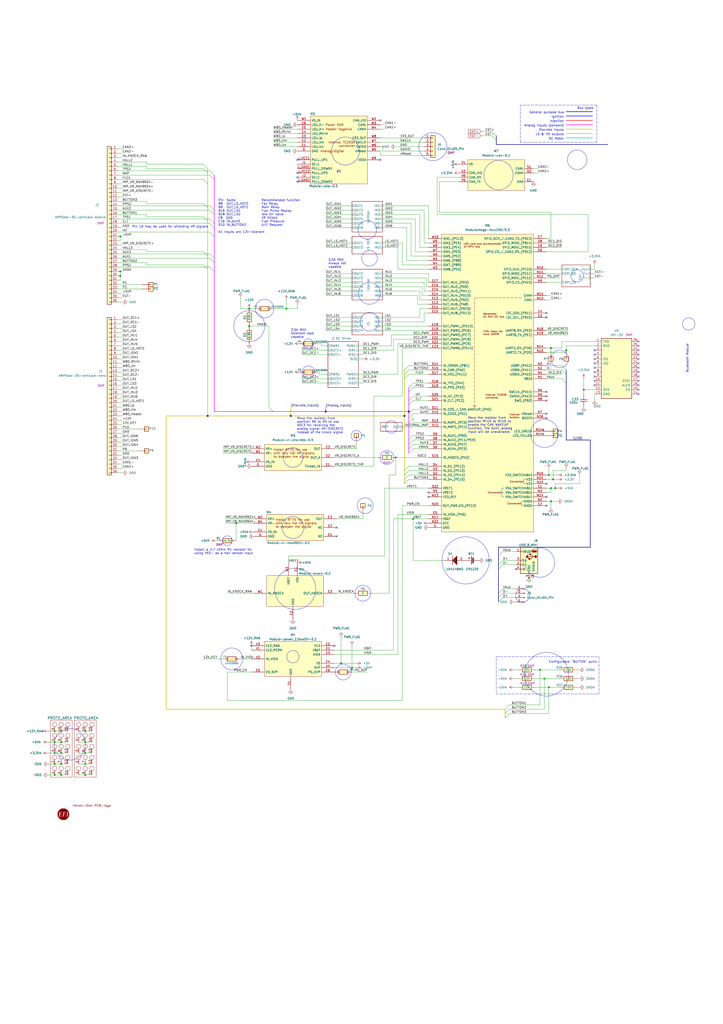
<source format=kicad_sch>
(kicad_sch (version 20231120) (generator "eeschema") (generator_version "8.0")
  (paper "A2" portrait)
  (title_block (title "MST-01") (date "2024-08-15") (rev "A") (company "rusEFI.com") (comment 1 "https://rusefi.com/s/uaefi"))
  (bus_alias "Analog_inputs" (members "CLT" "IAT" "TPS1" "TPS2" "PPS1" "PPS2" "AUX1" "AUX2" "AUX3" "MAP" "VMAIN"))
  (bus_alias "Discrete_inputs" (members "FLEX" "HALL1" "HALL2" "HALL3" "BUTTON1" "BUTTON2" "BUTTON3"))
  (bus_alias "USB" (members "D+" "D-" "Vbus"))
  (junction (at 328.93 203.2))
  (junction (at 69.85 157.48))
  (junction (at 35.56 443.23))
  (junction (at 320.04 201.93))
  (junction (at 137.16 303.53))
  (junction (at 49.53 449.58))
  (junction (at 166.37 179.07))
  (junction (at 35.56 430.53))
  (junction (at 339.09 226.06))
  (junction (at 313.69 388.62))
  (junction (at 318.77 275.59))
  (junction (at 307.34 335.28))
  (junction (at 144.78 189.23))
  (junction (at 321.31 278.13))
  (junction (at 35.56 424.18))
  (junction (at 240.03 300.99))
  (junction (at 198.12 384.81))
  (junction (at 318.77 398.78))
  (junction (at 49.53 430.53))
  (junction (at 49.53 436.88))
  (junction (at 69.85 137.16))
  (junction (at 237.49 238.76))
  (junction (at 35.56 449.58))
  (junction (at 69.85 160.02))
  (junction (at 31.75 449.58))
  (junction (at 168.91 241.3))
  (junction (at 320.04 283.21))
  (junction (at 322.58 283.21))
  (junction (at 31.75 430.53))
  (junction (at 31.75 424.18))
  (junction (at 189.23 238.76))
  (junction (at 234.95 241.3))
  (junction (at 49.53 443.23))
  (junction (at 229.87 265.43))
  (junction (at 320.04 290.83))
  (junction (at 120.65 241.3))
  (junction (at 144.78 179.07))
  (junction (at 146.05 374.65))
  (junction (at 204.47 387.35))
  (junction (at 316.23 393.7))
  (junction (at 49.53 424.18))
  (junction (at 31.75 436.88))
  (junction (at 35.56 436.88))
  (junction (at 31.75 443.23))
  (no_connect (at 345.44 210.82))
  (no_connect (at 195.58 306.07))
  (no_connect (at 220.98 69.85))
  (no_connect (at 370.84 203.2))
  (no_connect (at 195.58 311.15))
  (no_connect (at 345.44 203.2))
  (no_connect (at 370.84 213.36))
  (no_connect (at 370.84 223.52))
  (no_connect (at 345.44 208.28))
  (no_connect (at 317.5 227.33))
  (no_connect (at 317.5 232.41))
  (no_connect (at 370.84 215.9))
  (no_connect (at 317.5 293.37))
  (no_connect (at 172.72 100.33))
  (no_connect (at 345.44 213.36))
  (no_connect (at 172.72 105.41))
  (no_connect (at 172.72 92.71))
  (no_connect (at 370.84 220.98))
  (no_connect (at 317.5 242.57))
  (no_connect (at 317.5 229.87))
  (no_connect (at 370.84 210.82))
  (no_connect (at 345.44 223.52))
  (no_connect (at 370.84 218.44))
  (no_connect (at 345.44 218.44))
  (no_connect (at 370.84 208.28))
  (no_connect (at 370.84 228.6))
  (no_connect (at 194.31 374.65))
  (no_connect (at 317.5 280.67))
  (no_connect (at 345.44 215.9))
  (no_connect (at 172.72 102.87))
  (no_connect (at 370.84 200.66))
  (no_connect (at 345.44 205.74))
  (no_connect (at 370.84 198.12))
  (no_connect (at 220.98 92.71))
  (no_connect (at 299.72 330.2))
  (no_connect (at 317.5 288.29))
  (no_connect (at 317.5 181.61))
  (no_connect (at 317.5 184.15))
  (no_connect (at 248.92 285.75))
  (no_connect (at 370.84 226.06))
  (no_connect (at 248.92 288.29))
  (no_connect (at 317.5 240.03))
  (no_connect (at 370.84 205.74))
  (no_connect (at 345.44 220.98))
  (bus_entry (at 289.56 327.66) (size 2.54 -2.54))
  (bus_entry (at 118.11 125.73) (size 2.54 2.54))
  (bus_entry (at 293.37 416.56) (size 2.54 -2.54))
  (bus_entry (at 237.49 224.79) (size 2.54 -2.54))
  (bus_entry (at 289.56 346.71) (size 2.54 -2.54))
  (bus_entry (at 118.11 146.05) (size 2.54 2.54))
  (bus_entry (at 237.49 217.17) (size -2.54 2.54))
  (bus_entry (at 234.95 273.05) (size 2.54 -2.54))
  (bus_entry (at 293.37 411.48) (size 2.54 -2.54))
  (bus_entry (at 240.03 224.79) (size -2.54 2.54))
  (bus_entry (at 288.29 78.74) (size -2.54 -2.54))
  (bus_entry (at 237.49 275.59) (size -2.54 2.54))
  (bus_entry (at 237.49 273.05) (size -2.54 2.54))
  (bus_entry (at 234.95 280.67) (size 2.54 -2.54))
  (bus_entry (at 118.11 118.11) (size 2.54 2.54))
  (bus_entry (at 240.03 240.03) (size -2.54 2.54))
  (bus_entry (at 328.93 222.25) (size -2.54 -2.54))
  (bus_entry (at 240.03 255.27) (size -2.54 2.54))
  (bus_entry (at 328.93 214.63) (size -2.54 -2.54))
  (bus_entry (at 237.49 255.27) (size 2.54 -2.54))
  (bus_entry (at 121.92 147.32) (size 2.54 2.54))
  (bus_entry (at 289.56 330.2) (size 2.54 -2.54))
  (bus_entry (at 118.11 153.67) (size 2.54 2.54))
  (bus_entry (at 124.46 132.08) (size -2.54 -2.54))
  (bus_entry (at 121.92 127) (size 2.54 2.54))
  (bus_entry (at 293.37 414.02) (size 2.54 -2.54))
  (bus_entry (at 289.56 349.25) (size 2.54 -2.54))
  (bus_entry (at 240.03 242.57) (size -2.54 2.54))
  (bus_entry (at 121.92 99.06) (size 2.54 2.54))
  (bus_entry (at 121.92 154.94) (size 2.54 2.54))
  (bus_entry (at 237.49 260.35) (size 2.54 -2.54))
  (bus_entry (at 118.11 95.25) (size 2.54 2.54))
  (bus_entry (at 156.21 236.22) (size 2.54 2.54))
  (bus_entry (at 234.95 217.17) (size 2.54 -2.54))
  (bus_entry (at 328.93 217.17) (size -2.54 -2.54))
  (bus_entry (at 289.56 344.17) (size 2.54 -2.54))
  (bus_entry (at 124.46 137.16) (size -2.54 -2.54))
  (bus_entry (at 237.49 232.41) (size 2.54 -2.54))
  (bus_entry (at 121.92 101.6) (size 2.54 2.54))
  (bus_entry (at 118.11 97.79) (size 2.54 2.54))
  (bus_entry (at 121.92 119.38) (size 2.54 2.54))
  (bus_entry (at 240.03 260.35) (size -2.54 2.54))
  (bus_entry (at 285.75 78.74) (size 2.54 2.54))
  (bus_entry (at 121.92 149.86) (size 2.54 2.54))
  (bus_entry (at 237.49 234.95) (size 2.54 -2.54))
  (bus_entry (at 240.03 237.49) (size -2.54 2.54))
  (bus_entry (at 118.11 104.14) (size 2.54 2.54))
  (bus_entry (at 121.92 121.92) (size 2.54 2.54))
  (bus_entry (at 289.56 322.58) (size 2.54 -2.54))
  (bus_entry (at 234.95 214.63) (size 2.54 -2.54))
  (wire (pts (xy 31.75 430.53) (xy 35.56 430.53)))
  (wire (pts (xy 85.09 95.25) (xy 118.11 95.25)))
  (wire (pts (xy 68.58 106.68) (xy 71.12 106.68)))
  (wire (pts (xy 335.28 388.62) (xy 336.55 388.62)))
  (wire (pts (xy 194.31 260.35) (xy 207.01 260.35)))
  (wire (pts (xy 292.1 344.17) (xy 299.72 344.17)))
  (wire (pts (xy 189.23 143.51) (xy 204.47 143.51)))
  (wire (pts (xy 298.45 349.25) (xy 299.72 349.25)))
  (wire (pts (xy 68.58 149.86) (xy 121.92 149.86)))
  (wire (pts (xy 68.58 215.9) (xy 71.12 215.9)))
  (wire (pts (xy 335.28 393.7) (xy 336.55 393.7)))
  (wire (pts (xy 68.58 154.94) (xy 121.92 154.94)))
  (wire (pts (xy 68.58 200.66) (xy 71.12 200.66)))
  (wire (pts (xy 222.25 184.15) (xy 243.84 184.15)))
  (wire (pts (xy 320.04 203.2) (xy 320.04 201.93)))
  (wire (pts (xy 222.25 191.77) (xy 248.92 191.77)))
  (bus (pts (xy 124.46 121.92) (xy 124.46 124.46)) (stroke (width 0) (color 255 0 255 1)))
  (bus (pts (xy 289.56 317.5) (xy 289.56 322.58)))
  (wire (pts (xy 312.42 100.33) (xy 309.88 100.33)))
  (wire (pts (xy 339.09 226.06) (xy 345.44 226.06)))
  (wire (pts (xy 237.49 217.17) (xy 248.92 217.17)))
  (wire (pts (xy 189.23 132.08) (xy 204.47 132.08)))
  (wire (pts (xy 68.58 238.76) (xy 71.12 238.76)))
  (wire (pts (xy 222.25 158.75) (xy 248.92 158.75)))
  (wire (pts (xy 49.53 424.18) (xy 53.34 424.18)))
  (wire (pts (xy 68.58 124.46) (xy 85.09 124.46)))
  (wire (pts (xy 345.44 228.6) (xy 345.44 232.41)))
  (bus (pts (xy 168.91 236.22) (xy 168.91 241.3)) (stroke (width 0) (color 194 194 0 1)))
  (wire (pts (xy 318.77 398.78) (xy 318.77 414.02)))
  (bus (pts (xy 344.17 69.85) (xy 328.93 69.85)) (stroke (width 0.3048) (color 255 0 0 1)))
  (wire (pts (xy 186.69 199.39) (xy 186.69 200.66)))
  (wire (pts (xy 68.58 147.32) (xy 121.92 147.32)))
  (wire (pts (xy 222.25 124.46) (xy 243.84 124.46)))
  (wire (pts (xy 345.44 156.21) (xy 345.44 153.67)))
  (wire (pts (xy 68.58 246.38) (xy 71.12 246.38)))
  (wire (pts (xy 69.85 137.16) (xy 71.12 137.16)))
  (wire (pts (xy 31.75 449.58) (xy 35.56 449.58)))
  (wire (pts (xy 129.54 260.35) (xy 146.05 260.35)))
  (wire (pts (xy 336.55 275.59) (xy 336.55 280.67)))
  (wire (pts (xy 68.58 111.76) (xy 71.12 111.76)))
  (wire (pts (xy 68.58 127) (xy 121.92 127)))
  (wire (pts (xy 27.94 430.53) (xy 31.75 430.53)))
  (wire (pts (xy 130.81 303.53) (xy 137.16 303.53)))
  (wire (pts (xy 205.74 344.17) (xy 195.58 344.17)))
  (wire (pts (xy 208.28 200.66) (xy 227.33 200.66)))
  (wire (pts (xy 189.23 119.38) (xy 204.47 119.38)))
  (wire (pts (xy 68.58 190.5) (xy 71.12 190.5)))
  (wire (pts (xy 198.12 369.57) (xy 198.12 384.81)))
  (bus (pts (xy 344.17 77.47) (xy 328.93 77.47)) (stroke (width 0.3048) (color 255 153 0 1)))
  (wire (pts (xy 68.58 264.16) (xy 71.12 264.16)))
  (wire (pts (xy 82.55 167.64) (xy 68.58 167.64)))
  (wire (pts (xy 68.58 195.58) (xy 71.12 195.58)))
  (bus (pts (xy 158.75 238.76) (xy 189.23 238.76)) (stroke (width 0) (color 255 0 255 1)))
  (wire (pts (xy 27.94 436.88) (xy 31.75 436.88)))
  (wire (pts (xy 68.58 142.24) (xy 71.12 142.24)))
  (wire (pts (xy 85.09 125.73) (xy 118.11 125.73)))
  (wire (pts (xy 233.68 153.67) (xy 248.92 153.67)))
  (wire (pts (xy 68.58 251.46) (xy 71.12 251.46)))
  (wire (pts (xy 248.92 119.38) (xy 248.92 138.43)))
  (bus (pts (xy 189.23 236.22) (xy 189.23 238.76)) (stroke (width 0) (color 255 0 255 1)))
  (bus (pts (xy 234.95 214.63) (xy 234.95 217.17)) (stroke (width 0) (color 194 194 0 1)))
  (bus (pts (xy 293.37 411.48) (xy 293.37 414.02)) (stroke (width 0) (color 194 194 0 1)))
  (wire (pts (xy 231.14 143.51) (xy 222.25 143.51)))
  (wire (pts (xy 207.01 384.81) (xy 198.12 384.81)))
  (wire (pts (xy 222.25 132.08) (xy 236.22 132.08)))
  (bus (pts (xy 120.65 100.33) (xy 120.65 106.68)) (stroke (width 0) (color 194 194 0 1)))
  (wire (pts (xy 207.01 257.81) (xy 207.01 260.35)))
  (wire (pts (xy 198.12 384.81) (xy 194.31 384.81)))
  (wire (pts (xy 255.27 123.19) (xy 320.04 123.19)))
  (wire (pts (xy 68.58 152.4) (xy 85.09 152.4)))
  (wire (pts (xy 233.68 406.4) (xy 233.68 293.37)))
  (bus (pts (xy 120.65 97.79) (xy 120.65 100.33)) (stroke (width 0) (color 194 194 0 1)))
  (wire (pts (xy 172.72 176.53) (xy 172.72 179.07)))
  (wire (pts (xy 210.82 298.45) (xy 210.82 300.99)))
  (wire (pts (xy 320.04 294.64) (xy 320.04 290.83)))
  (wire (pts (xy 311.15 393.7) (xy 316.23 393.7)))
  (wire (pts (xy 222.25 189.23) (xy 248.92 189.23)))
  (wire (pts (xy 167.64 322.58) (xy 167.64 326.39)))
  (wire (pts (xy 68.58 233.68) (xy 71.12 233.68)))
  (wire (pts (xy 242.57 171.45) (xy 242.57 176.53)))
  (wire (pts (xy 223.52 72.39) (xy 220.98 72.39)))
  (wire (pts (xy 158.75 74.93) (xy 172.72 74.93)))
  (wire (pts (xy 208.28 205.74) (xy 210.82 205.74)))
  (wire (pts (xy 68.58 259.08) (xy 71.12 259.08)))
  (wire (pts (xy 236.22 151.13) (xy 248.92 151.13)))
  (wire (pts (xy 228.6 300.99) (xy 240.03 300.99)))
  (wire (pts (xy 85.09 125.73) (xy 85.09 124.46)))
  (bus (pts (xy 158.75 238.76) (xy 124.46 238.76)) (stroke (width 0) (color 255 0 255 1)))
  (wire (pts (xy 317.5 143.51) (xy 326.39 143.51)))
  (wire (pts (xy 68.58 101.6) (xy 121.92 101.6)))
  (wire (pts (xy 318.77 398.78) (xy 325.12 398.78)))
  (polyline (pts (xy 346.71 60.96) (xy 302.26 60.96)) (stroke (width 0) (type dash)))
  (wire (pts (xy 245.11 171.45) (xy 248.92 171.45)))
  (wire (pts (xy 175.26 219.71) (xy 190.5 219.71)))
  (wire (pts (xy 68.58 231.14) (xy 71.12 231.14)))
  (wire (pts (xy 45.72 430.53) (xy 49.53 430.53)))
  (wire (pts (xy 68.58 243.84) (xy 71.12 243.84)))
  (wire (pts (xy 240.03 222.25) (xy 248.92 222.25)))
  (wire (pts (xy 317.5 171.45) (xy 320.04 171.45)))
  (wire (pts (xy 68.58 205.74) (xy 71.12 205.74)))
  (bus (pts (xy 288.29 78.74) (xy 288.29 81.28)))
  (wire (pts (xy 158.75 80.01) (xy 172.72 80.01)))
  (wire (pts (xy 49.53 443.23) (xy 53.34 443.23)))
  (wire (pts (xy 204.47 387.35) (xy 194.31 387.35)))
  (wire (pts (xy 189.23 124.46) (xy 204.47 124.46)))
  (wire (pts (xy 326.39 198.12) (xy 326.39 201.93)))
  (wire (pts (xy 68.58 132.08) (xy 71.12 132.08)))
  (bus (pts (xy 124.46 149.86) (xy 124.46 152.4)) (stroke (width 0) (color 255 0 255 1)))
  (wire (pts (xy 279.4 76.2) (xy 285.75 76.2)))
  (wire (pts (xy 166.37 173.99) (xy 166.37 179.07)))
  (wire (pts (xy 137.16 303.53) (xy 137.16 313.69)))
  (wire (pts (xy 237.49 212.09) (xy 248.92 212.09)))
  (wire (pts (xy 313.69 408.94) (xy 313.69 388.62)))
  (wire (pts (xy 189.23 189.23) (xy 204.47 189.23)))
  (wire (pts (xy 328.93 273.05) (xy 321.31 273.05)))
  (wire (pts (xy 318.77 275.59) (xy 323.85 275.59)))
  (wire (pts (xy 328.93 200.66) (xy 328.93 203.2)))
  (bus (pts (xy 237.49 255.27) (xy 237.49 257.81)) (stroke (width 0) (color 255 0 255 1)))
  (wire (pts (xy 320.04 138.43) (xy 320.04 123.19)))
  (wire (pts (xy 68.58 157.48) (xy 69.85 157.48)))
  (wire (pts (xy 144.78 179.07) (xy 148.59 179.07)))
  (bus (pts (xy 96.52 241.3) (xy 96.52 411.48)) (stroke (width 0) (color 194 194 0 1)))
  (bus (pts (xy 234.95 278.13) (xy 234.95 280.67)) (stroke (width 0) (color 194 194 0 1)))
  (wire (pts (xy 240.03 255.27) (xy 248.92 255.27)))
  (wire (pts (xy 309.88 335.28) (xy 307.34 335.28)))
  (wire (pts (xy 184.15 215.9) (xy 185.42 215.9)))
  (wire (pts (xy 321.31 273.05) (xy 321.31 278.13)))
  (bus (pts (xy 293.37 414.02) (xy 293.37 416.56)) (stroke (width 0) (color 194 194 0 1)))
  (wire (pts (xy 241.3 146.05) (xy 248.92 146.05)))
  (wire (pts (xy 189.23 127) (xy 204.47 127)))
  (bus (pts (xy 237.49 260.35) (xy 237.49 262.89)) (stroke (width 0) (color 255 0 255 1)))
  (wire (pts (xy 317.5 156.21) (xy 326.39 156.21)))
  (bus (pts (xy 120.65 106.68) (xy 120.65 120.65)) (stroke (width 0) (color 194 194 0 1)))
  (bus (pts (xy 289.56 330.2) (xy 289.56 344.17)))
  (wire (pts (xy 68.58 116.84) (xy 85.09 116.84)))
  (wire (pts (xy 35.56 443.23) (xy 39.37 443.23)))
  (wire (pts (xy 68.58 104.14) (xy 118.11 104.14)))
  (polyline (pts (xy 346.71 82.55) (xy 302.26 82.55)) (stroke (width 0) (type dash)))
  (wire (pts (xy 189.23 121.92) (xy 204.47 121.92)))
  (bus (pts (xy 289.56 317.5) (xy 342.9 317.5)))
  (wire (pts (xy 189.23 129.54) (xy 204.47 129.54)))
  (wire (pts (xy 292.1 320.04) (xy 299.72 320.04)))
  (wire (pts (xy 68.58 137.16) (xy 69.85 137.16)))
  (wire (pts (xy 317.5 140.97) (xy 326.39 140.97)))
  (wire (pts (xy 68.58 99.06) (xy 121.92 99.06)))
  (wire (pts (xy 68.58 119.38) (xy 121.92 119.38)))
  (wire (pts (xy 68.58 261.62) (xy 80.01 261.62)))
  (wire (pts (xy 222.25 166.37) (xy 245.11 166.37)))
  (wire (pts (xy 317.5 204.47) (xy 328.93 204.47)))
  (wire (pts (xy 246.38 181.61) (xy 248.92 181.61)))
  (wire (pts (xy 144.78 189.23) (xy 156.21 189.23)))
  (bus (pts (xy 342.9 255.27) (xy 342.9 317.5)))
  (wire (pts (xy 292.1 327.66) (xy 299.72 327.66)))
  (wire (pts (xy 45.72 449.58) (xy 49.53 449.58)))
  (wire (pts (xy 317.5 214.63) (xy 326.39 214.63)))
  (bus (pts (xy 344.17 80.01) (xy 328.93 80.01)) (stroke (width 0.3048) (color 0 194 194 1)))
  (wire (pts (xy 68.58 203.2) (xy 71.12 203.2)))
  (wire (pts (xy 325.12 161.29) (xy 317.5 161.29)))
  (wire (pts (xy 318.77 275.59) (xy 317.5 275.59)))
  (wire (pts (xy 237.49 273.05) (xy 248.92 273.05)))
  (wire (pts (xy 317.5 219.71) (xy 326.39 219.71)))
  (wire (pts (xy 189.23 191.77) (xy 204.47 191.77)))
  (bus (pts (xy 237.49 224.79) (xy 237.49 227.33)) (stroke (width 0) (color 255 0 255 1)))
  (wire (pts (xy 222.25 85.09) (xy 222.25 87.63)))
  (wire (pts (xy 85.09 146.05) (xy 85.09 144.78)))
  (bus (pts (xy 344.17 64.77) (xy 328.93 64.77)))
  (wire (pts (xy 220.98 85.09) (xy 222.25 85.09)))
  (wire (pts (xy 220.98 90.17) (xy 246.38 90.17)))
  (wire (pts (xy 68.58 198.12) (xy 71.12 198.12)))
  (wire (pts (xy 246.38 85.09) (xy 229.87 85.09)))
  (bus (pts (xy 124.46 157.48) (xy 124.46 238.76)) (stroke (width 0) (color 255 0 255 1)))
  (bus (pts (xy 120.65 241.3) (xy 168.91 241.3)) (stroke (width 0) (color 194 194 0 1)))
  (wire (pts (xy 240.03 245.11) (xy 240.03 242.57)))
  (bus (pts (xy 328.93 214.63) (xy 328.93 217.17)))
  (wire (pts (xy 204.47 374.65) (xy 204.47 387.35)))
  (wire (pts (xy 68.58 210.82) (xy 71.12 210.82)))
  (polyline (pts (xy 302.26 82.55) (xy 302.26 60.96)) (stroke (width 0) (type dash)))
  (wire (pts (xy 238.76 129.54) (xy 238.76 148.59)))
  (bus (pts (xy 120.65 128.27) (xy 120.65 148.59)) (stroke (width 0) (color 194 194 0 1)))
  (wire (pts (xy 292.1 346.71) (xy 299.72 346.71)))
  (wire (pts (xy 222.25 161.29) (xy 247.65 161.29)))
  (wire (pts (xy 158.75 82.55) (xy 172.72 82.55)))
  (wire (pts (xy 323.85 283.21) (xy 322.58 283.21)))
  (wire (pts (xy 49.53 436.88) (xy 53.34 436.88)))
  (bus (pts (xy 237.49 227.33) (xy 237.49 232.41)) (stroke (width 0) (color 255 0 255 1)))
  (bus (pts (xy 237.49 240.03) (xy 237.49 242.57)) (stroke (width 0) (color 255 0 255 1)))
  (wire (pts (xy 228.6 196.85) (xy 248.92 196.85)))
  (wire (pts (xy 320.04 285.75) (xy 320.04 283.21)))
  (wire (pts (xy 132.08 344.17) (xy 147.32 344.17)))
  (wire (pts (xy 68.58 121.92) (xy 121.92 121.92)))
  (wire (pts (xy 255.27 105.41) (xy 266.7 105.41)))
  (bus (pts (xy 237.49 238.76) (xy 237.49 240.03)) (stroke (width 0) (color 255 0 255 1)))
  (wire (pts (xy 336.55 280.67) (xy 322.58 280.67)))
  (bus (pts (xy 289.56 327.66) (xy 289.56 330.2)))
  (wire (pts (xy 217.17 229.87) (xy 217.17 270.51)))
  (wire (pts (xy 129.54 262.89) (xy 146.05 262.89)))
  (bus (pts (xy 168.91 241.3) (xy 234.95 241.3)) (stroke (width 0) (color 194 194 0 1)))
  (wire (pts (xy 137.16 303.53) (xy 147.32 303.53)))
  (wire (pts (xy 184.15 199.39) (xy 186.69 199.39)))
  (wire (pts (xy 243.84 179.07) (xy 248.92 179.07)))
  (wire (pts (xy 68.58 223.52) (xy 71.12 223.52)))
  (bus (pts (xy 234.95 241.3) (xy 234.95 273.05)) (stroke (width 0) (color 194 194 0 1)))
  (wire (pts (xy 229.87 265.43) (xy 248.92 265.43)))
  (wire (pts (xy 68.58 185.42) (xy 71.12 185.42)))
  (wire (pts (xy 68.58 172.72) (xy 71.12 172.72)))
  (wire (pts (xy 189.23 168.91) (xy 204.47 168.91)))
  (wire (pts (xy 341.63 146.05) (xy 341.63 124.46)))
  (wire (pts (xy 317.5 146.05) (xy 341.63 146.05)))
  (wire (pts (xy 31.75 424.18) (xy 35.56 424.18)))
  (wire (pts (xy 68.58 228.6) (xy 71.12 228.6)))
  (wire (pts (xy 231.14 156.21) (xy 231.14 143.51)))
  (wire (pts (xy 194.31 270.51) (xy 217.17 270.51)))
  (wire (pts (xy 132.08 389.89) (xy 146.05 389.89)))
  (wire (pts (xy 49.53 430.53) (xy 53.34 430.53)))
  (wire (pts (xy 241.3 127) (xy 241.3 146.05)))
  (wire (pts (xy 227.33 194.31) (xy 248.92 194.31)))
  (bus (pts (xy 237.49 242.57) (xy 237.49 245.11)) (stroke (width 0) (color 255 0 255 1)))
  (wire (pts (xy 222.25 121.92) (xy 246.38 121.92)))
  (bus (pts (xy 120.65 156.21) (xy 120.65 241.3)) (stroke (width 0) (color 194 194 0 1)))
  (bus (pts (xy 189.23 238.76) (xy 237.49 238.76)) (stroke (width 0) (color 255 0 255 1)))
  (wire (pts (xy 68.58 109.22) (xy 71.12 109.22)))
  (bus (pts (xy 328.93 217.17) (xy 328.93 222.25)))
  (wire (pts (xy 68.58 248.92) (xy 80.01 248.92)))
  (wire (pts (xy 166.37 179.07) (xy 172.72 179.07)))
  (wire (pts (xy 175.26 205.74) (xy 190.5 205.74)))
  (wire (pts (xy 226.06 275.59) (xy 229.87 275.59)))
  (wire (pts (xy 85.09 153.67) (xy 85.09 152.4)))
  (wire (pts (xy 220.98 80.01) (xy 246.38 80.01)))
  (wire (pts (xy 139.7 179.07) (xy 144.78 179.07)))
  (wire (pts (xy 233.68 293.37) (xy 248.92 293.37)))
  (wire (pts (xy 82.55 165.1) (xy 68.58 165.1)))
  (wire (pts (xy 233.68 201.93) (xy 248.92 201.93)))
  (wire (pts (xy 215.9 344.17) (xy 226.06 344.17)))
  (wire (pts (xy 231.14 217.17) (xy 231.14 199.39)))
  (wire (pts (xy 233.68 247.65) (xy 248.92 247.65)))
  (wire (pts (xy 240.03 237.49) (xy 248.92 237.49)))
  (wire (pts (xy 316.23 393.7) (xy 316.23 411.48)))
  (wire (pts (xy 229.87 275.59) (xy 229.87 265.43)))
  (wire (pts (xy 208.28 217.17) (xy 231.14 217.17)))
  (wire (pts (xy 69.85 160.02) (xy 69.85 157.48)))
  (wire (pts (xy 158.75 85.09) (xy 172.72 85.09)))
  (wire (pts (xy 326.39 198.12) (xy 345.44 198.12)))
  (wire (pts (xy 68.58 134.62) (xy 121.92 134.62)))
  (wire (pts (xy 298.45 393.7) (xy 300.99 393.7)))
  (bus (pts (xy 124.46 132.08) (xy 124.46 137.16)) (stroke (width 0) (color 255 0 255 1)))
  (wire (pts (xy 320.04 201.93) (xy 317.5 201.93)))
  (wire (pts (xy 295.91 411.48) (xy 316.23 411.48)))
  (wire (pts (xy 339.09 219.71) (xy 339.09 226.06)))
  (wire (pts (xy 311.15 388.62) (xy 313.69 388.62)))
  (wire (pts (xy 132.08 406.4) (xy 233.68 406.4)))
  (wire (pts (xy 68.58 241.3) (xy 71.12 241.3)))
  (bus (pts (xy 124.46 101.6) (xy 124.46 104.14)) (stroke (width 0) (color 255 0 255 1)))
  (wire (pts (xy 204.47 389.89) (xy 213.36 389.89)))
  (wire (pts (xy 222.25 168.91) (xy 243.84 168.91)))
  (wire (pts (xy 35.56 436.88) (xy 39.37 436.88)))
  (bus (pts (xy 124.46 124.46) (xy 124.46 129.54)) (stroke (width 0) (color 255 0 255 1)))
  (wire (pts (xy 318.77 271.78) (xy 318.77 275.59)))
  (bus (pts (xy 124.46 129.54) (xy 124.46 132.08)) (stroke (width 0) (color 255 0 255 1)))
  (wire (pts (xy 279.4 78.74) (xy 285.75 78.74)))
  (wire (pts (xy 68.58 162.56) (xy 69.85 162.56)))
  (wire (pts (xy 220.98 87.63) (xy 220.98 90.17)))
  (wire (pts (xy 222.25 140.97) (xy 233.68 140.97)))
  (wire (pts (xy 243.84 168.91) (xy 243.84 173.99)))
  (wire (pts (xy 222.25 186.69) (xy 246.38 186.69)))
  (wire (pts (xy 342.9 161.29) (xy 345.44 161.29)))
  (wire (pts (xy 243.84 143.51) (xy 248.92 143.51)))
  (wire (pts (xy 320.04 290.83) (xy 323.85 290.83)))
  (wire (pts (xy 85.09 118.11) (xy 118.11 118.11)))
  (wire (pts (xy 35.56 449.58) (xy 39.37 449.58)))
  (wire (pts (xy 323.85 278.13) (xy 321.31 278.13)))
  (wire (pts (xy 223.52 283.21) (xy 248.92 283.21)))
  (wire (pts (xy 223.52 74.93) (xy 220.98 74.93)))
  (bus (pts (xy 237.49 234.95) (xy 237.49 238.76)) (stroke (width 0) (color 255 0 255 1)))
  (wire (pts (xy 231.14 298.45) (xy 248.92 298.45)))
  (wire (pts (xy 246.38 168.91) (xy 248.92 168.91)))
  (wire (pts (xy 139.7 172.72) (xy 139.7 179.07)))
  (wire (pts (xy 68.58 91.44) (xy 71.12 91.44)))
  (polyline (pts (xy 346.71 60.96) (xy 346.71 82.55)) (stroke (width 0) (type dash)))
  (wire (pts (xy 45.72 424.18) (xy 49.53 424.18)))
  (wire (pts (xy 194.31 377.19) (xy 228.6 377.19)))
  (wire (pts (xy 27.94 424.18) (xy 31.75 424.18)))
  (wire (pts (xy 317.5 163.83) (xy 326.39 163.83)))
  (wire (pts (xy 208.28 219.71) (xy 210.82 219.71)))
  (wire (pts (xy 243.84 184.15) (xy 243.84 179.07)))
  (wire (pts (xy 49.53 449.58) (xy 53.34 449.58)))
  (wire (pts (xy 68.58 269.24) (xy 71.12 269.24)))
  (wire (pts (xy 240.03 300.99) (xy 240.03 325.12)))
  (wire (pts (xy 68.58 129.54) (xy 121.92 129.54)))
  (wire (pts (xy 222.25 163.83) (xy 246.38 163.83)))
  (wire (pts (xy 189.23 166.37) (xy 204.47 166.37)))
  (wire (pts (xy 68.58 226.06) (xy 71.12 226.06)))
  (wire (pts (xy 85.09 118.11) (xy 85.09 116.84)))
  (wire (pts (xy 248.92 158.75) (xy 248.92 163.83)))
  (bus (pts (xy 288.29 83.82) (xy 353.06 83.82)))
  (wire (pts (xy 85.09 97.79) (xy 85.09 96.52)))
  (wire (pts (xy 189.23 158.75) (xy 204.47 158.75)))
  (wire (pts (xy 222.25 127) (xy 241.3 127)))
  (wire (pts (xy 68.58 213.36) (xy 71.12 213.36)))
  (wire (pts (xy 228.6 203.2) (xy 228.6 196.85)))
  (wire (pts (xy 85.09 95.25) (xy 85.09 93.98)))
  (wire (pts (xy 231.14 379.73) (xy 231.14 298.45)))
  (wire (pts (xy 222.25 129.54) (xy 238.76 129.54)))
  (wire (pts (xy 237.49 270.51) (xy 248.92 270.51)))
  (wire (pts (xy 233.68 229.87) (xy 233.68 201.93)))
  (wire (pts (xy 220.98 82.55) (xy 246.38 82.55)))
  (wire (pts (xy 246.38 163.83) (xy 246.38 168.91)))
  (wire (pts (xy 68.58 254) (xy 71.12 254)))
  (wire (pts (xy 317.5 212.09) (xy 326.39 212.09)))
  (wire (pts (xy 172.72 95.25) (xy 172.72 97.79)))
  (wire (pts (xy 326.39 201.93) (xy 320.04 201.93)))
  (bus (pts (xy 344.17 67.31) (xy 328.93 67.31)) (stroke (width 0.3048) (color 0 0 255 1)))
  (wire (pts (xy 27.94 449.58) (xy 31.75 449.58)))
  (wire (pts (xy 68.58 274.32) (xy 71.12 274.32)))
  (wire (pts (xy 240.03 252.73) (xy 248.92 252.73)))
  (bus (pts (xy 237.49 257.81) (xy 237.49 260.35)) (stroke (width 0) (color 255 0 255 1)))
  (wire (pts (xy 132.08 406.4) (xy 132.08 389.89)))
  (wire (pts (xy 243.84 173.99) (xy 248.92 173.99)))
  (wire (pts (xy 254 124.46) (xy 341.63 124.46)))
  (wire (pts (xy 45.72 443.23) (xy 49.53 443.23)))
  (wire (pts (xy 222.25 119.38) (xy 248.92 119.38)))
  (wire (pts (xy 238.76 148.59) (xy 248.92 148.59)))
  (wire (pts (xy 222.25 171.45) (xy 242.57 171.45)))
  (wire (pts (xy 248.92 156.21) (xy 231.14 156.21)))
  (wire (pts (xy 292.1 325.12) (xy 299.72 325.12)))
  (wire (pts (xy 69.85 162.56) (xy 69.85 160.02)))
  (wire (pts (xy 68.58 93.98) (xy 85.09 93.98)))
  (bus (pts (xy 289.56 344.17) (xy 289.56 346.71)))
  (wire (pts (xy 68.58 160.02) (xy 69.85 160.02)))
  (wire (pts (xy 189.23 163.83) (xy 204.47 163.83)))
  (wire (pts (xy 69.85 137.16) (xy 69.85 139.7)))
  (wire (pts (xy 68.58 144.78) (xy 85.09 144.78)))
  (wire (pts (xy 186.69 200.66) (xy 190.5 200.66)))
  (wire (pts (xy 189.23 161.29) (xy 204.47 161.29)))
  (wire (pts (xy 240.03 325.12) (xy 257.81 325.12)))
  (wire (pts (xy 321.31 278.13) (xy 317.5 278.13)))
  (bus (pts (xy 289.56 322.58) (xy 289.56 327.66)))
  (bus (pts (xy 328.93 222.25) (xy 328.93 255.27)))
  (wire (pts (xy 228.6 377.19) (xy 228.6 300.99)))
  (wire (pts (xy 247.65 161.29) (xy 247.65 166.37)))
  (wire (pts (xy 139.7 382.27) (xy 146.05 382.27)))
  (wire (pts (xy 328.93 203.2) (xy 328.93 204.47)))
  (bus (pts (xy 120.65 120.65) (xy 120.65 128.27)) (stroke (width 0) (color 194 194 0 1)))
  (wire (pts (xy 68.58 170.18) (xy 71.12 170.18)))
  (wire (pts (xy 223.52 322.58) (xy 167.64 322.58)))
  (bus (pts (xy 124.46 152.4) (xy 124.46 157.48)) (stroke (width 0) (color 255 0 255 1)))
  (wire (pts (xy 254 102.87) (xy 266.7 102.87)))
  (bus (pts (xy 120.65 148.59) (xy 120.65 156.21)) (stroke (width 0) (color 194 194 0 1)))
  (wire (pts (xy 31.75 443.23) (xy 35.56 443.23)))
  (wire (pts (xy 68.58 175.26) (xy 71.12 175.26)))
  (wire (pts (xy 185.42 217.17) (xy 190.5 217.17)))
  (wire (pts (xy 175.26 222.25) (xy 190.5 222.25)))
  (wire (pts (xy 242.57 176.53) (xy 248.92 176.53)))
  (wire (pts (xy 226.06 344.17) (xy 226.06 275.59)))
  (wire (pts (xy 243.84 124.46) (xy 243.84 143.51)))
  (wire (pts (xy 35.56 424.18) (xy 39.37 424.18)))
  (wire (pts (xy 236.22 132.08) (xy 236.22 151.13)))
  (wire (pts (xy 317.5 173.99) (xy 320.04 173.99)))
  (wire (pts (xy 342.9 158.75) (xy 345.44 158.75)))
  (wire (pts (xy 189.23 184.15) (xy 204.47 184.15)))
  (wire (pts (xy 240.03 232.41) (xy 248.92 232.41)))
  (wire (pts (xy 68.58 96.52) (xy 85.09 96.52)))
  (wire (pts (xy 248.92 245.11) (xy 240.03 245.11)))
  (wire (pts (xy 146.05 374.65) (xy 146.05 377.19)))
  (wire (pts (xy 237.49 278.13) (xy 248.92 278.13)))
  (wire (pts (xy 194.31 379.73) (xy 231.14 379.73)))
  (wire (pts (xy 175.26 203.2) (xy 190.5 203.2)))
  (wire (pts (xy 298.45 388.62) (xy 300.99 388.62)))
  (wire (pts (xy 194.31 265.43) (xy 219.71 265.43)))
  (wire (pts (xy 298.45 398.78) (xy 300.99 398.78)))
  (wire (pts (xy 240.03 240.03) (xy 248.92 240.03)))
  (wire (pts (xy 68.58 187.96) (xy 71.12 187.96)))
  (wire (pts (xy 68.58 139.7) (xy 69.85 139.7)))
  (wire (pts (xy 189.23 186.69) (xy 204.47 186.69)))
  (wire (pts (xy 208.28 208.28) (xy 210.82 208.28)))
  (wire (pts (xy 237.49 214.63) (xy 248.92 214.63)))
  (wire (pts (xy 68.58 208.28) (xy 71.12 208.28)))
  (wire (pts (xy 31.75 436.88) (xy 35.56 436.88)))
  (wire (pts (xy 208.28 222.25) (xy 210.82 222.25)))
  (bus (pts (xy 234.95 217.17) (xy 234.95 219.71)) (stroke (width 0) (color 194 194 0 1)))
  (wire (pts (xy 316.23 393.7) (xy 325.12 393.7)))
  (wire (pts (xy 185.42 215.9) (xy 185.42 217.17)))
  (wire (pts (xy 125.73 313.69) (xy 127 313.69)))
  (wire (pts (xy 227.33 200.66) (xy 227.33 194.31)))
  (wire (pts (xy 312.42 97.79) (xy 309.88 97.79)))
  (wire (pts (xy 85.09 153.67) (xy 118.11 153.67)))
  (bus (pts (xy 234.95 273.05) (xy 234.95 275.59)) (stroke (width 0) (color 194 194 0 1)))
  (bus (pts (xy 344.17 72.39) (xy 328.93 72.39)) (stroke (width 0.3048) (color 255 0 255 1)))
  (wire (pts (xy 240.03 300.99) (xy 248.92 300.99)))
  (wire (pts (xy 217.17 229.87) (xy 233.68 229.87)))
  (bus (pts (xy 344.17 74.93) (xy 328.93 74.93)) (stroke (width 0.3048) (color 194 194 0 1)))
  (wire (pts (xy 317.5 217.17) (xy 326.39 217.17)))
  (wire (pts (xy 189.23 140.97) (xy 204.47 140.97)))
  (bus (pts (xy 288.29 81.28) (xy 288.29 83.82)))
  (wire (pts (xy 207.01 387.35) (xy 204.47 387.35)))
  (wire (pts (xy 118.11 382.27) (xy 129.54 382.27)))
  (wire (pts (xy 330.2 191.77) (xy 317.5 191.77)))
  (wire (pts (xy 27.94 443.23) (xy 31.75 443.23)))
  (wire (pts (xy 68.58 86.36) (xy 71.12 86.36)))
  (wire (pts (xy 210.82 300.99) (xy 195.58 300.99)))
  (wire (pts (xy 335.28 398.78) (xy 336.55 398.78)))
  (wire (pts (xy 240.03 224.79) (xy 248.92 224.79)))
  (wire (pts (xy 69.85 157.48) (xy 71.12 157.48)))
  (wire (pts (xy 166.37 179.07) (xy 158.75 179.07)))
  (wire (pts (xy 222.25 87.63) (xy 246.38 87.63)))
  (wire (pts (xy 85.09 97.79) (xy 118.11 97.79)))
  (bus (pts (xy 124.46 137.16) (xy 124.46 149.86)) (stroke (width 0) (color 255 0 255 1)))
  (wire (pts (xy 254 102.87) (xy 254 124.46)))
  (wire (pts (xy 328.93 271.78) (xy 328.93 273.05)))
  (wire (pts (xy 330.2 194.31) (xy 317.5 194.31)))
  (bus (pts (xy 237.49 245.11) (xy 237.49 255.27)) (stroke (width 0) (color 255 0 255 1)))
  (wire (pts (xy 237.49 275.59) (xy 248.92 275.59)))
  (wire (pts (xy 68.58 218.44) (xy 71.12 218.44)))
  (bus (pts (xy 120.65 241.3) (xy 96.52 241.3)) (stroke (width 0) (color 194 194 0 1)))
  (wire (pts (xy 247.65 166.37) (xy 248.92 166.37)))
  (wire (pts (xy 246.38 186.69) (xy 246.38 181.61)))
  (wire (pts (xy 320.04 290.83) (xy 317.5 290.83)))
  (bus (pts (xy 96.52 411.48) (xy 293.37 411.48)) (stroke (width 0) (color 194 194 0 1)))
  (wire (pts (xy 342.9 156.21) (xy 345.44 156.21)))
  (wire (pts (xy 317.5 285.75) (xy 320.04 285.75)))
  (bus (pts (xy 237.49 232.41) (xy 237.49 234.95)) (stroke (width 0) (color 255 0 255 1)))
  (wire (pts (xy 245.11 166.37) (xy 245.11 171.45)))
  (wire (pts (xy 68.58 88.9) (xy 71.12 88.9)))
  (wire (pts (xy 317.5 138.43) (xy 320.04 138.43)))
  (wire (pts (xy 231.14 199.39) (xy 248.92 199.39)))
  (wire (pts (xy 328.93 200.66) (xy 345.44 200.66)))
  (wire (pts (xy 313.69 388.62) (xy 325.12 388.62)))
  (bus (pts (xy 289.56 346.71) (xy 289.56 349.25)))
  (wire (pts (xy 68.58 256.54) (xy 71.12 256.54)))
  (wire (pts (xy 35.56 430.53) (xy 39.37 430.53)))
  (wire (pts (xy 339.09 226.06) (xy 339.09 228.6)))
  (wire (pts (xy 322.58 283.21) (xy 320.04 283.21)))
  (wire (pts (xy 322.58 280.67) (xy 322.58 283.21)))
  (wire (pts (xy 233.68 140.97) (xy 233.68 153.67)))
  (wire (pts (xy 246.38 140.97) (xy 248.92 140.97)))
  (wire (pts (xy 68.58 220.98) (xy 71.12 220.98)))
  (wire (pts (xy 85.09 146.05) (xy 118.11 146.05)))
  (wire (pts (xy 240.03 260.35) (xy 248.92 260.35)))
  (wire (pts (xy 317.5 158.75) (xy 326.39 158.75)))
  (wire (pts (xy 295.91 408.94) (xy 313.69 408.94)))
  (bus (pts (xy 328.93 255.27) (xy 342.9 255.27)))
  (wire (pts (xy 45.72 436.88) (xy 49.53 436.88)))
  (wire (pts (xy 68.58 266.7) (xy 71.12 266.7)))
  (wire (pts (xy 223.52 283.21) (xy 223.52 322.58)))
  (bus (pts (xy 234.95 219.71) (xy 234.95 241.3)) (stroke (width 0) (color 194 194 0 1)))
  (wire (pts (xy 255.27 105.41) (xy 255.27 123.19)))
  (wire (pts (xy 320.04 283.21) (xy 317.5 283.21)))
  (wire (pts (xy 68.58 114.3) (xy 71.12 114.3)))
  (wire (pts (xy 68.58 236.22) (xy 71.12 236.22)))
  (wire (pts (xy 158.75 77.47) (xy 172.72 77.47)))
  (wire (pts (xy 130.81 300.99) (xy 147.32 300.99)))
  (bus (pts (xy 234.95 275.59) (xy 234.95 278.13)) (stroke (width 0) (color 194 194 0 1)))
  (wire (pts (xy 68.58 193.04) (xy 71.12 193.04)))
  (wire (pts (xy 292.1 341.63) (xy 299.72 341.63)))
  (wire (pts (xy 208.28 203.2) (xy 228.6 203.2)))
  (wire (pts (xy 240.03 229.87) (xy 248.92 229.87)))
  (wire (pts (xy 311.15 398.78) (xy 318.77 398.78)))
  (wire (pts (xy 189.23 171.45) (xy 204.47 171.45)))
  (bus (pts (xy 124.46 104.14) (xy 124.46 121.92)) (stroke (width 0) (color 255 0 255 1)))
  (wire (pts (xy 156.21 189.23) (xy 156.21 236.22)))
  (wire (pts (xy 240.03 257.81) (xy 248.92 257.81)))
  (wire (pts (xy 246.38 121.92) (xy 246.38 140.97)))
  (wire (pts (xy 295.91 414.02) (xy 318.77 414.02)))
  (wire (pts (xy 68.58 271.78) (xy 71.12 271.78)))
  (circle (center 316.23 251.46) (radius 8.132))
  (circle (center 40.64 431.8) (radius 9.1581))
  (circle (center 227.33 247.65) (radius 3.5921))
  (circle (center 335.28 92.71) (radius 5.6796))
  (circle (center 325.12 208.28) (radius 5.08))
  (circle (center 132.08 313.69) (radius 2.8398))
  (circle (center 212.09 293.37) (radius 4.5791))
  (circle (center 214.63 170.18) (radius 6.35))
  (rectangle (start 288.29 381) (end 347.98 402.59) (stroke (width 0) (type dash)))
  (circle (center 303.53 345.44) (radius 4.0161))
  (circle (center 199.39 389.89) (radius 4.5791))
  (circle (center 224.79 265.43) (radius 4.0161))
  (circle (center 270.51 325.12) (radius 13.6783))
  (circle (center 214.63 186.69) (radius 5.3882))
  (circle (center 317.5 391.16) (radius 12.7))
  (circle (center 214.63 149.86) (radius 4.5791))
  (circle (center 179.07 199.39) (radius 2.8398))
  (circle (center 200.66 87.63) (radius 8.132))
  (circle (center 171.45 341.63) (radius 11.9812))
  (circle (center 213.36 133.35) (radius 5.3882))
  (circle (center 153.67 179.07) (radius 5.3882))
  (circle (center 335.28 160.02) (radius 3.5921))
  (circle (center 210.82 344.17) (radius 4.5791))
  (circle (center 179.07 215.9) (radius 3.5921))
  (circle (center 144.78 189.23) (radius 8.9803))
  (circle (center 289.56 101.6) (radius 8.5194))
  (circle (center 207.01 252.73) (radius 3.0363))
  (circle (center 170.18 265.43) (radius 5.6796))
  (circle (center 251.46 85.09) (radius 8.132))
  (circle (center 134.62 382.27) (radius 6.35))
  (circle (center 170.18 306.07) (radius 6.35))
  (circle (center 170.18 381) (radius 3.5921))
  (circle (center 313.69 326.39) (radius 8.5194))
  (circle (center 400.05 187.96) (radius 3.5921))
  (text "Move the resistor from\nposition R6 to R5 to use \nADC3 for receiving the\nanalog signal VR-DISCRETE\ninstead of the knock signal" (at 172.466 251.714 0) (effects (font (size 1.27 1.27)) (justify left bottom)))
  (text "Bluetooth Module" (at 400.05 199.39 90) (effects (font (size 1.27 1.27)) (justify right bottom)))
  (text "Configurable \"BUTTON\" pulls" (at 318.77 384.81 0) (effects (font (size 1.27 1.27)) (justify left bottom)))
  (text "General purpose bus" (at 327.66 66.04 0) (effects (font (size 1.27 1.27)) (justify right bottom)))
  (text "Bus types" (at 335.28 63.5 0) (effects (font (size 1.27 1.27)) (justify left bottom)))
  (text "3.5A MAX\nSolenoid load\ncapable" (at 168.91 196.342 0) (effects (font (size 1.27 1.27)) (justify left bottom)))
  (text "Move the resistor from\nposition R143 to R145 to\nenable the CAN WAKEUP\nfunction. The AUX1 analog\ninput will be unavailable." (at 271.78 251.46 0) (effects (font (size 1.27 1.27)) (justify left bottom)))
  (text "Pin	Name			Recommended function\nB8	OUT_LS_HOT2		Fan Relay\nB9	OUT_LS_HOT1		Main Relay\nB16	OUT_LS4			Fuel Pump Replay\nB18	OUT_LS2			Idle Air Valve\nC8  GND  			VR Shield\nC16	IN_AUX3			Fuel Pressure\nD10	IN_BUTTON2		A/C Request\n\nAll inputs are 12V-tolerant" (at 126.746 115.57 0) (effects (font (size 1.27 1.27)) (justify left top)))
  (text "Injection" (at 327.66 71.12 0) (effects (font (size 1.27 1.27)) (justify right bottom)))
  (text "3.5A MAX\nAlways hot\ncapable" (at 190.754 155.702 0) (effects (font (size 1.27 1.27)) (justify left bottom)))
  (text "Discrete inputs" (at 327.66 76.2 0) (effects (font (size 1.27 1.27)) (justify right bottom)))
  (text "LS & HS outputs" (at 327.66 78.74 0) (effects (font (size 1.27 1.27)) (justify right bottom)))
  (text "Install a 4.7 kOhm R1 resistor for \nusing VR2- as a hall sensor input" (at 112.776 321.818 0) (effects (font (size 1.27 1.27)) (justify left bottom)))
  (text "Analog inputs (sensors)" (at 327.66 73.66 0) (effects (font (size 1.27 1.27)) (justify right bottom)))
  (text "#0" (at 198.12 100.33 0) (effects (font (size 1.27 1.27)) (justify right bottom)))
  (text "Ignition" (at 327.66 68.58 0) (effects (font (size 1.27 1.27)) (justify right bottom)))
  (text "DC Motor" (at 327.66 81.28 0) (effects (font (size 1.27 1.27)) (justify right bottom)))
  (text "Pin 19 may be used for shielding VR signals" (at 76.708 132.334 0) (effects (font (size 1.27 1.27)) (justify left bottom)))
  (label "WBO_Heater" (at 158.75 74.93 0))
  (label "OUT_IGN5" (at 71.12 256.54 0))
  (label "D-" (at 292.1 327.66 0))
  (label "VR_DISCRETE_A" (at 194.31 265.43 0))
  (label "PG_5VP" (at 325.12 161.29 180))
  (label "IMP_VR_DISCRETE-" (at 71.12 111.76 0))
  (label "GND" (at 71.12 132.08 0))
  (label "HALL1" (at 248.92 270.51 180))
  (label "12V_KEY" (at 71.12 246.38 0))
  (label "OUT_INJ6" (at 71.12 231.14 0))
  (label "PPS1" (at 246.38 224.79 180))
  (label "IMP_VR_DISCRETE+" (at 129.54 260.35 0))
  (label "IMP_VR_MAX9924-" (at 71.12 106.68 0))
  (label "Vbus" (at 292.1 341.63 0))
  (label "+5VP" (at 71.12 137.16 0))
  (label "Vbus" (at 292.1 320.04 0))
  (label "BUTTON2" (at 297.18 411.48 0))
  (label "OUT_LS1" (at 189.23 184.15 0))
  (label "DC2_DIR" (at 210.82 219.71 0))
  (label "D+" (at 292.1 325.12 0))
  (label "BUTTON1" (at 297.18 408.94 0))
  (label "PPS2" (at 71.12 119.38 0))
  (label "OUT_DC1-" (at 175.26 205.74 0) (property "Netclass" "DC_Driver_OUT" (effects (hide yes))))
  (label "OUT_IGN3" (at 189.23 124.46 0))
  (label "LS3" (at 223.52 189.23 0))
  (label "OUT_INJ4" (at 189.23 166.37 0))
  (label "AUX2" (at 71.12 121.92 0))
  (label "OUT_LS4" (at 189.23 191.77 0))
  (label "OUT_DC2-" (at 175.26 222.25 0) (property "Netclass" "DC_Driver_OUT" (effects (hide yes))))
  (label "INJ6" (at 223.52 171.45 0))
  (label "OUT_INJ1" (at 189.23 158.75 0))
  (label "CAN1+" (at 320.04 171.45 0))
  (label "IGN5" (at 223.52 129.54 0))
  (label "WBO_Vm" (at 71.12 238.76 0))
  (label "12V_KEY" (at 118.11 382.27 0))
  (label "OUT_DC1-" (at 71.12 187.96 0))
  (label "+5VP" (at 71.12 170.18 0))
  (label "OUT_DC2+" (at 71.12 215.9 0))
  (label "FLEX" (at 241.3 217.17 0))
  (label "IAT" (at 241.3 229.87 0))
  (label "WBO_Heater" (at 71.12 241.3 0))
  (label "OUT_INJ1" (at 71.12 195.58 0))
  (label "OUT_INJ4" (at 71.12 198.12 0))
  (label "OUT_IGN1" (at 71.12 208.28 0))
  (label "MAP" (at 71.12 101.6 0))
  (label "OUT_LS1" (at 71.12 220.98 0))
  (label "VIGN" (at 215.9 379.73 180))
  (label "VBAT" (at 240.03 300.99 0))
  (label "HALL2" (at 248.92 273.05 180))
  (label "IGN6" (at 223.52 132.08 0))
  (label "VR_MAX9924" (at 196.85 300.99 0))
  (label "P10" (at 71.12 248.92 0))
  (label "OUT_LS_HOT2" (at 189.23 143.51 0))
  (label "VREF1" (at 236.22 283.21 0))
  (label "OUT_INJ2" (at 71.12 226.06 0))
  (label "BUTTON1" (at 248.92 212.09 180))
  (label "TPS1" (at 71.12 127 0))
  (label "OUT_LS3" (at 189.23 189.23 0))
  (label "INJ4" (at 223.52 166.37 0))
  (label "WBO_Ip" (at 158.75 80.01 0))
  (label "DC1_DIS" (at 326.39 140.97 180))
  (label "P2" (at 71.12 167.64 0))
  (label "LS4" (at 223.52 191.77 0))
  (label "CAN2+" (at 312.42 100.33 0))
  (label "HALL2" (at 71.12 93.98 0))
  (label "INJ5" (at 223.52 168.91 0))
  (label "IN_KNOCK" (at 205.74 344.17 180))
  (label "{Discrete_inputs}" (at 168.91 236.22 0))
  (label "OUT_IGN3" (at 71.12 266.7 0))
  (label "DC2_DIS" (at 326.39 217.17 180))
  (label "BUTTON3" (at 297.18 414.02 0))
  (label "IGN2" (at 223.52 121.92 0))
  (label "BUTTON1" (at 71.12 124.46 0))
  (label "CAN2-" (at 312.42 97.79 0))
  (label "OUT_IGN4" (at 189.23 127 0))
  (label "D+" (at 292.1 346.71 0))
  (label "IAT" (at 71.12 134.62 0))
  (label "TPS2" (at 71.12 99.06 0))
  (label "DC2_PWM" (at 210.82 217.17 0))
  (label "CAN1+" (at 223.52 74.93 0))
  (label "D-" (at 317.5 214.63 0))
  (label "CLT" (at 241.3 232.41 0))
  (label "IMP_VR_DISCRETE-" (at 129.54 262.89 0))
  (label "VREF1" (at 167.64 326.39 0))
  (label "OUT_IGN6" (at 71.12 254 0))
  (label "+12V" (at 71.12 243.84 0))
  (label "PWR_EN" (at 135.89 389.89 0))
  (label "VR_DISCRETE" (at 194.31 260.35 0))
  (label "WBO_Un" (at 71.12 213.36 0))
  (label "OUT_INJ5" (at 71.12 200.66 0))
  (label "CAN2-" (at 71.12 88.9 0))
  (label "CAN1-" (at 71.12 269.24 0))
  (label "IMP_VR_MAX9924-" (at 130.81 303.53 0))
  (label "VBAT" (at 215.9 377.19 180))
  (label "OUT_IGN2" (at 189.23 121.92 0))
  (label "PG_5VP" (at 213.36 389.89 180))
  (label "OUT_LS_HOT1" (at 189.23 140.97 0))
  (label "LS_HOT2" (at 223.52 143.51 0))
  (label "WBO_Vm" (at 158.75 82.55 0))
  (label "GND" (at 71.12 264.16 0))
  (label "DC1_DIR" (at 210.82 203.2 0))
  (label "IN_VIGN" (at 139.7 382.27 0))
  (label "OUT_INJ3" (at 189.23 163.83 0))
  (label "VR_DISCRETE_THR" (at 194.31 270.51 0))
  (label "V33_OUT" (at 232.41 80.01 0))
  (label "OUT_DC2-" (at 71.12 218.44 0))
  (label "DC2_PWM" (at 240.03 199.39 0))
  (label "OUT_IGN4" (at 71.12 259.08 0))
  (label "DC2_DIR" (at 326.39 143.51 180))
  (label "BUTTON3" (at 248.92 278.13 180))
  (label "TPS2" (at 246.38 252.73 180))
  (label "CAN1+" (at 71.12 271.78 0))
  (label "HALL3" (at 248.92 275.59 180))
  (label "SWDIO" (at 232.41 87.63 0))
  (label "VR_DISCRETE_THR" (at 248.92 201.93 180))
  (label "WBO_Rtrim" (at 158.75 77.47 0))
  (label "HALL3" (at 71.12 144.78 0))
  (label "OUT_LS_HOT2" (at 71.12 203.2 0))
  (label "AUX1" (at 248.92 237.49 180))
  (label "CAN2+" (at 71.12 86.36 0))
  (label "DC1_DIR" (at 240.03 196.85 0))
  (label "PPS2" (at 241.3 255.27 0))
  (label "VR_DISCRETE" (at 330.2 191.77 180))
  (label "OUT_INJ2" (at 189.23 161.29 0))
  (label "P1" (at 71.12 165.1 0))
  (label "CLT" (at 71.12 129.54 0))
  (label "LS2" (at 223.52 186.69 0))
  (label "VIGN" (at 236.22 298.45 0))
  (label "INJ3" (at 223.52 163.83 0))
  (label "OUT_DC1+" (at 71.12 185.42 0))
  (label "IMP_VR_MAX9924+" (at 71.12 109.22 0))
  (label "OUT_IGN2" (at 71.12 205.74 0))
  (label "TPS1" (at 241.3 222.25 0))
  (label "VMAIN" (at 154.94 189.23 180))
  (label "EGT+" (at 345.44 158.75 0))
  (label "ADC3" (at 242.57 265.43 0))
  (label "IN_KNOCK_RAW" (at 71.12 91.44 0))
  (label "OUT_IGN6" (at 189.23 132.08 0))
  (label "OUT_INJ6" (at 189.23 171.45 0))
  (label "Vbus" (at 317.5 219.71 0))
  (label "DC1_PWM" (at 210.82 200.66 0))
  (label "nReset" (at 232.41 90.17 0))
  (label "WBO_Rtrim" (at 71.12 210.82 0))
  (label "MAP" (at 248.92 245.11 180))
  (label "BUTTON2" (at 248.92 214.63 180))
  (label "OUT_INJ3" (at 71.12 228.6 0))
  (label "GND" (at 71.12 251.46 0))
  (label "OUT_INJ5" (at 189.23 168.91 0))
  (label "VR_MAX9924" (at 330.2 194.31 180))
  (label "BUTTON3" (at 71.12 116.84 0))
  (label "FLEX" (at 71.12 104.14 0))
  (label "CAN1-" (at 320.04 173.99 0))
  (label "P9" (at 71.12 261.62 0))
  (label "AUX2" (at 248.92 240.03 180))
  (label "IGN1" (at 223.52 119.38 0))
  (label "BUTTON2" (at 71.12 152.4 0))
  (label "{Analog_inputs}" (at 189.23 236.22 0))
  (label "OUT_LS2" (at 71.12 190.5 0))
  (label "D-" (at 292.1 344.17 0))
  (label "OUT_LS2" (at 189.23 186.69 0))
  (label "PWR_EN" (at 236.22 293.37 0))
  (label "OUT_DC1+" (at 175.26 203.2 0) (property "Netclass" "DC_Driver_OUT" (effects (hide yes))))
  (label "HALL1" (at 71.12 96.52 0))
  (label "OUT_IGN1" (at 189.23 119.38 0))
  (label "EGT-" (at 71.12 172.72 0))
  (label "GNDA" (at 71.12 157.48 0))
  (label "GND" (at 232.41 85.09 0))
  (label "OUT_IGN5" (at 189.23 129.54 0))
  (label "IGN4" (at 223.52 127 0))
  (label "IN_KNOCK_RAW" (at 132.08 344.17 0))
  (label "{USB}" (at 332.74 255.27 0))
  (label "DC1_DIS" (at 210.82 205.74 0))
  (label "EGT+" (at 71.12 114.3 0))
  (label "CAN1-" (at 223.52 72.39 0))
  (label "OUT_LS4" (at 71.12 193.04 0))
  (label "LS_HOT1" (at 223.52 140.97 0))
  (label "INJ1" (at 223.52 158.75 0))
  (label "EGT-" (at 281.94 78.74 0))
  (label "AUX3" (at 248.92 257.81 180))
  (label "IGN3" (at 223.52 124.46 0))
  (label "DC2_DIS" (at 210.82 222.25 0))
  (label "D+" (at 317.5 212.09 0))
  (label "INJ2" (at 223.52 161.29 0))
  (label "OUT_DC2+" (at 175.26 219.71 0) (property "Netclass" "DC_Driver_OUT" (effects (hide yes))))
  (label "EGT-" (at 345.44 161.29 0))
  (label "OUT_LS3" (at 71.12 223.52 0))
  (label "EGT+" (at 281.94 76.2 0))
  (label "LS1" (at 223.52 184.15 0))
  (label "IMP_VR_DISCRETE+" (at 71.12 142.24 0))
  (label "SWCLK" (at 232.41 82.55 0))
  (label "WBO_Ip" (at 71.12 236.22 0))
  (label "AUX1" (at 71.12 149.86 0))
  (label "DC1_PWM" (at 240.03 194.31 0))
  (label "PPS1" (at 71.12 154.94 0))
  (label "IMP_VR_MAX9924+" (at 130.81 300.99 0))
  (label "VMAIN" (at 248.92 260.35 180))
  (label "WBO_Un" (at 158.75 85.09 0))
  (label "AUX3" (at 71.12 147.32 0))
  (label "OUT_LS_HOT1" (at 71.12 233.68 0))
  (label "INTERNAL_MAP" (at 248.92 247.65 180))
  (global_label "EGT+" (shape input) (at 279.4 76.2 180) (property "Intersheetrefs" "${INTERSHEET_REFS}" (effects (hide yes))))
  (global_label "EGT-" (shape input) (at 279.4 78.74 180) (property "Intersheetrefs" "${INTERSHEET_REFS}" (effects (hide yes))))
  (symbol (lib_id "hellen-one-common:Cap") (at 339.09 232.41 270) (mirror x) (unit 1)
    (property "Reference" "C33" (at 336.042 231.648 90) (effects (justify right)))
    (property "Value" "100n" (at 335.6697 233.5375 90) (effects (justify right)))
    (property "Footprint" "hellen-one-common:C0603" (effects (hide yes)))
    (property "LCSC" "C14663" (effects (hide yes)))
  )
  (symbol (lib_id "power:PWR_FLAG") (at 318.77 271.78 0) (unit 1)
    (property "Reference" "#FLG01" (effects (hide yes)))
    (property "Value" "PWR_FLAG" (at 318.262 267.97 0))
    (property "Description" "Special symbol for telling ERC where power comes from" (effects (hide yes)))
  )
  (symbol (lib_name "GND_1") (lib_id "power:GND") (at 71.12 175.26 90) (unit 1)
    (property "Reference" "#PWR032" (effects (hide yes)))
    (property "Value" "GND" (at 74.93 175.2599 90) (effects (justify right)))
    (property "Description" "Power symbol creates a global label with name \"GND\" , ground" (effects (hide yes)))
  )
  (symbol (lib_name "GND_1") (lib_id "power:GND") (at 27.94 449.58 270) (unit 1)
    (property "Reference" "#PWR040" (effects (hide yes)))
    (property "Value" "GND" (at 24.13 449.5799 90) (effects (justify right)))
    (property "Description" "Power symbol creates a global label with name \"GND\" , ground" (effects (hide yes)))
  )
  (symbol (lib_name "GND_1") (lib_id "power:GND") (at 71.12 274.32 90) (unit 1)
    (property "Reference" "#PWR048" (effects (hide yes)))
    (property "Value" "GND" (at 74.93 274.3199 90) (effects (justify right)))
    (property "Description" "Power symbol creates a global label with name \"GND\" , ground" (effects (hide yes)))
  )
  (symbol (lib_id "power:PWR_FLAG") (at 328.93 271.78 0) (unit 1)
    (property "Reference" "#FLG02" (effects (hide yes)))
    (property "Value" "PWR_FLAG" (at 329.438 267.97 0))
    (property "Description" "Special symbol for telling ERC where power comes from" (effects (hide yes)))
  )
  (symbol (lib_name "GND_1") (lib_id "power:GND") (at 345.44 232.41 0) (unit 1)
    (property "Reference" "#PWR0114" (effects (hide yes)))
    (property "Value" "GND" (at 346.964 235.712 0))
    (property "Description" "Power symbol creates a global label with name \"GND\" , ground" (effects (hide yes)))
  )
  (symbol (lib_name "+5VP_2") (lib_id "power:+5VP") (at 207.01 387.35 270) (unit 1)
    (property "Reference" "#PWR07" (effects (hide yes)))
    (property "Value" "+5VP" (at 210.82 387.3499 90) (effects (justify left)))
    (property "Description" "Power symbol creates a global label with name \"+5VP\"" (effects (hide yes)))
  )
  (symbol (lib_id "hellen-one-common:PROTO_AREA") (at 45.72 450.85 90) (unit 1)
    (property "Reference" "G4" (effects (hide yes)))
    (property "Value" "PROTO_AREA" (at 57.15 416.56 90) (effects (font (size 1.524 1.524)) (justify left)))
    (property "Footprint" "hellen-one-common:PROTO_AREA" (effects (hide yes)))
  )
  (symbol (lib_name "+5VA_1") (lib_id "power:+5VA") (at 172.72 326.39 270) (unit 1)
    (property "Reference" "#PWR025" (effects (hide yes)))
    (property "Value" "+5VA" (at 178.054 326.39 90))
    (property "Description" "Power symbol creates a global label with name \"+5VA\"" (effects (hide yes)))
  )
  (symbol (lib_name "+5VP_3") (lib_id "power:+5VP") (at 125.73 313.69 90) (unit 1)
    (property "Reference" "#PWR0121" (effects (hide yes)))
    (property "Value" "+5VP" (at 121.92 313.6899 90) (effects (justify left)))
    (property "Description" "Power symbol creates a global label with name \"+5VP\"" (effects (hide yes)))
  )
  (symbol (lib_id "hellen-one-common:Fuse-Pad-Pad") (at 179.07 215.9 0) (unit 1)
    (property "Reference" "F3" (at 173.99 214.63 0) (effects (font (size 1.016 1.016))))
    (property "Value" "12H1500D" (at 186.1592 214.7913 0) (effects (font (size 1.016 1.016))))
    (property "Footprint" "hellen-one-common:PAD-1206-PAD" (effects (hide yes)))
    (property "LCSC" "C182446" (effects (hide yes)))
  )
  (symbol (lib_id "hellen-one-common:Jumper-Pad-Pad") (at 199.39 389.89 0) (unit 1)
    (property "Reference" "R4" (at 204.47 388.62 0) (effects (font (size 1.016 1.016))))
    (property "Value" "Jumper-Pad-Pad" (effects (hide yes)))
    (property "Footprint" "hellen-one-common:PAD-0805-PAD" (effects (hide yes)))
    (property "LCSC" "C17477" (effects (hide yes)))
  )
  (symbol (lib_name "+12V_1") (lib_id "power:+12V") (at 144.78 179.07 0) (unit 1)
    (property "Reference" "#PWR0116" (effects (hide yes)))
    (property "Value" "+12V" (at 144.78 173.99 0))
    (property "Description" "Power symbol creates a global label with name \"+12V\"" (effects (hide yes)))
  )
  (symbol (lib_id "hellen-one-common:Pad") (at 328.93 208.28 270) (unit 1)
    (property "Reference" "P8" (at 324.612 208.28 90) (effects (justify left)))
    (property "Value" "Pad" (effects (hide yes)))
    (property "Footprint" "hellen-one-common:PAD-TH" (effects (hide yes)))
  )
  (symbol (lib_id "hellen-one-common:Fuse-Pad-Pad") (at 134.62 382.27 0) (unit 1)
    (property "Reference" "F1" (at 130.81 381 0) (effects (font (size 1.016 1.016))))
    (property "Value" "12H1500D" (at 134.62 384.81 0) (effects (font (size 1.016 1.016))))
    (property "Footprint" "hellen-one-common:PAD-1206-PAD" (effects (hide yes)))
    (property "LCSC" "C182446" (effects (hide yes)))
  )
  (symbol (lib_id "hellen-one-common:PROTO_AREA") (at 31.75 450.85 90) (unit 1)
    (property "Reference" "G3" (effects (hide yes)))
    (property "Value" "PROTO_AREA" (at 41.91 416.56 90) (effects (font (size 1.524 1.524)) (justify left)))
    (property "Footprint" "hellen-one-common:PROTO_AREA" (effects (hide yes)))
  )
  (symbol (lib_id "hellen-one-common:Res") (at 335.28 398.78 180) (unit 1)
    (property "Reference" "R37" (at 325.12 397.51 0))
    (property "Value" "10k" (at 330.2 398.78 0))
    (property "Footprint" "hellen-one-common:R0805" (effects (hide yes)))
    (property "LCSC" "C17414" (effects (hide yes)))
  )
  (symbol (lib_id "hellen-one-common:USB_B_Mini") (at 307.34 325.12 0) (mirror y) (unit 1)
    (property "Reference" "J8" (at 312.42 313.69 0) (effects (justify left)))
    (property "Value" "USB_B_Mini" (at 312.42 316.23 0) (effects (justify left)))
    (property "Footprint" "hellen-one-common:USB-MINI-B-VERTICAL" (effects (hide yes)))
    (property "LCSC" "C13453" (effects (hide yes)))
  )
  (symbol (lib_id "vr-max9924:Module-vr-max9924-0.1") (at 154.94 298.45 0) (unit 1)
    (property "Reference" "M4" (at 156.21 297.18 0))
    (property "Value" "Module-vr-max9924-0.1" (at 167.64 314.96 0))
    (property "Footprint" "hellen-one-vr-max9924-0.1:vr-max9924" (effects (hide yes)))
  )
  (symbol (lib_name "+3.3VA_1") (lib_id "power:+3.3VA") (at 339.09 219.71 0) (unit 1)
    (property "Reference" "#PWR0117" (effects (hide yes)))
    (property "Value" "+3.3VA" (at 339.09 214.63 0))
    (property "Description" "Power symbol creates a global label with name \"+3.3VA\"" (effects (hide yes)))
  )
  (symbol (lib_id "hellen-one-knock-0.2:Module-knock-0.2") (at 154.94 334.01 0) (unit 1)
    (property "Reference" "M2" (at 173.7361 330.3206 0) (effects (justify left)))
    (property "Value" "Module-knock-0.2" (at 182.88 332.74 0))
    (property "Footprint" "hellen-one-knock-0.2:knock" (effects (hide yes)))
  )
  (symbol (lib_name "+3.3VA_1") (lib_id "power:+3.3VA") (at 345.44 153.67 0) (unit 1)
    (property "Reference" "#PWR051" (effects (hide yes)))
    (property "Value" "+3.3VA" (at 345.44 148.59 0))
    (property "Description" "Power symbol creates a global label with name \"+3.3VA\"" (effects (hide yes)))
  )
  (symbol (lib_name "GND_1") (lib_id "power:GND") (at 170.18 359.41 0) (unit 1)
    (property "Reference" "#PWR024" (effects (hide yes)))
    (property "Value" "GND" (at 170.18 364.49 0))
    (property "Description" "Power symbol creates a global label with name \"GND\" , ground" (effects (hide yes)))
  )
  (symbol (lib_name "GNDA_2") (lib_id "power:GNDA") (at 323.85 290.83 90) (unit 1)
    (property "Reference" "#PWR04" (effects (hide yes)))
    (property "Value" "GNDA" (at 327.66 290.8299 90) (effects (justify right)))
    (property "Description" "Power symbol creates a global label with name \"GNDA\" , analog ground" (effects (hide yes)))
  )
  (symbol (lib_name "+3.3V_1") (lib_id "power:+3.3V") (at 210.82 208.28 270) (unit 1)
    (property "Reference" "#PWR011" (effects (hide yes)))
    (property "Value" "+3.3V" (at 214.63 208.2799 90) (effects (justify left)))
    (property "Description" "Power symbol creates a global label with name \"+3.3V\"" (effects (hide yes)))
  )
  (symbol (lib_id "hellen-one-common:Fuse-Pad-Pad") (at 179.07 199.39 0) (unit 1)
    (property "Reference" "F4" (at 173.99 198.12 0) (effects (font (size 1.016 1.016))))
    (property "Value" "12H1500D" (at 186.1592 198.2813 0) (effects (font (size 1.016 1.016))))
    (property "Footprint" "hellen-one-common:PAD-1206-PAD" (effects (hide yes)))
    (property "LCSC" "C182446" (effects (hide yes)))
  )
  (symbol (lib_name "+5VA_1") (lib_id "power:+5VA") (at 146.05 267.97 90) (unit 1)
    (property "Reference" "#PWR018" (effects (hide yes)))
    (property "Value" "+5VA" (at 142.494 268.224 0))
    (property "Description" "Power symbol creates a global label with name \"+5VA\"" (effects (hide yes)))
  )
  (symbol (lib_id "hellen-one-common:LOGO") (at 53.34 467.36 0) (unit 1)
    (property "Reference" "G2" (effects (hide yes)))
    (property "Value" "LOGO" (effects (hide yes)))
    (property "Footprint" "hellen-one-common:LOGO" (effects (hide yes)))
  )
  (symbol (lib_id "hellen-one-common:Res") (at 335.28 388.62 180) (unit 1)
    (property "Reference" "R35" (at 325.12 387.35 0))
    (property "Value" "10k" (at 330.2 388.62 0))
    (property "Footprint" "hellen-one-common:R0805" (effects (hide yes)))
    (property "LCSC" "C17414" (effects (hide yes)))
  )
  (symbol (lib_id "hellen-one-mega-mcu100-0.3:Module{colon}mega-mcu100/0.3") (at 248.92 138.43 0) (unit 1)
    (property "Reference" "M6" (at 283.21 130.81 0))
    (property "Value" "Module:mega-mcu100/0.3" (at 283.21 133.35 0))
    (property "Footprint" "hellen-one-mega-mcu100-0.3:mega-mcu100" (effects (hide yes)))
    (property "PUBLISHER" "qwerty-off" (effects (hide yes)))
    (property "SUPPLIER PART NUMBER 1" "*" (effects (hide yes)))
    (property "SUPPLIER PART NUMBER 2" "*" (effects (hide yes)))
    (property "SUPPLIER 1" "Mouser" (effects (hide yes)))
    (property "SUPPLIER 2" "Digi-Key" (effects (hide yes)))
    (property "FITTED" "False" (effects (hide yes)))
    (property "SUPPLIER 3" "LCSC" (effects (hide yes)))
    (property "TYPE" "Module" (effects (hide yes)))
  )
  (symbol (lib_id "hellen-one-common:Res") (at 144.78 189.23 90) (unit 1)
    (property "Reference" "R2" (at 142.24 184.15 0))
    (property "Value" "33k" (at 144.78 184.15 0))
    (property "Footprint" "hellen-one-common:R0603" (effects (hide yes)))
    (property "LCSC" "C4216" (effects (hide yes)))
  )
  (symbol (lib_id "Simboli_miei:JDY-33-mio") (at 349.25 208.28 0) (unit 1)
    (property "Reference" "U5" (at 358.14 191.77 0))
    (property "Value" "JDY-33" (at 358.14 194.31 0))
    (property "Footprint" "Impronte-mie:JDY-33_mio" (effects (hide yes)))
    (property "PARTREV" "v1.0" (effects (hide yes)))
    (property "MF" "HuiCheng" (effects (hide yes)))
    (property "STANDARD" "Manufacturer Recommendations" (effects (hide yes)))
    (property "MyComment" "C9900001612   Aliexpress" (effects (hide yes)))
    (property "Note-mie" "DNP" (at 365.506 194.31 0))
  )
  (symbol (lib_id "power:PWR_FLAG") (at 139.7 172.72 0) (unit 1)
    (property "Reference" "#FLG06" (effects (hide yes)))
    (property "Value" "PWR_FLAG" (at 140.208 168.91 0))
    (property "Description" "Special symbol for telling ERC where power comes from" (effects (hide yes)))
  )
  (symbol (lib_id "rusefi_logo:RUSEFI_LOGO") (at 36.83 472.44 0) (unit 1)
    (property "Reference" "G1" (effects (hide yes)))
    (property "Value" "RUSEFI_LOGO" (effects (hide yes)))
    (property "Footprint" "kicad6-libraries:rusefi_logo" (effects (hide yes)))
  )
  (symbol (lib_id "hellen-one-common:Res") (at 205.74 344.17 0) (unit 1)
    (property "Reference" "R6" (at 210.82 341.63 0))
    (property "Value" "0" (at 210.82 344.17 0))
    (property "Footprint" "hellen-one-common:R0603" (effects (hide yes)))
    (property "LCSC" "C21189" (effects (hide yes)))
  )
  (symbol (lib_name "+5V_2") (lib_id "power:+5V") (at 207.01 384.81 270) (unit 1)
    (property "Reference" "#PWR046" (effects (hide yes)))
    (property "Value" "+5V" (at 210.82 384.8099 90) (effects (justify left)))
    (property "Description" "Power symbol creates a global label with name \"+5V\"" (effects (hide yes)))
  )
  (symbol (lib_name "+5VA_1") (lib_id "power:+5VA") (at 323.85 283.21 270) (unit 1)
    (property "Reference" "#PWR047" (effects (hide yes)))
    (property "Value" "+5VA" (at 330.454 283.21 90))
    (property "Description" "Power symbol creates a global label with name \"+5VA\"" (effects (hide yes)))
  )
  (symbol (lib_id "hellen-one-common:Fuse-Pad-Pad") (at 153.67 179.07 0) (unit 1)
    (property "Reference" "F2" (at 148.59 177.8 0) (effects (font (size 1.016 1.016))))
    (property "Value" "12H1500D" (at 160.7592 177.9613 0) (effects (font (size 1.016 1.016))))
    (property "Footprint" "hellen-one-common:PAD-1206-PAD" (effects (hide yes)))
    (property "LCSC" "C182446" (effects (hide yes)))
  )
  (symbol (lib_name "GND_2") (lib_id "power:GND") (at 172.72 87.63 270) (unit 1)
    (property "Reference" "#PWR014" (effects (hide yes)))
    (property "Value" "GND" (at 168.91 87.6299 90) (effects (justify right)))
    (property "Description" "Power symbol creates a global label with name \"GND\" , ground" (effects (hide yes)))
  )
  (symbol (lib_name "GND_1") (lib_id "power:GND") (at 168.91 400.05 0) (unit 1)
    (property "Reference" "#PWR023" (effects (hide yes)))
    (property "Value" "GND" (at 168.91 405.13 0))
    (property "Description" "Power symbol creates a global label with name \"GND\" , ground" (effects (hide yes)))
  )
  (symbol (lib_name "+5VA_1") (lib_id "power:+5VA") (at 298.45 398.78 90) (unit 1)
    (property "Reference" "#PWR08" (effects (hide yes)))
    (property "Value" "+5VA" (at 291.846 398.78 90))
    (property "Description" "Power symbol creates a global label with name \"+5VA\"" (effects (hide yes)))
  )
  (symbol (lib_name "GND_1") (lib_id "power:GND") (at 339.09 236.22 0) (unit 1)
    (property "Reference" "#PWR0113" (effects (hide yes)))
    (property "Value" "GND" (at 339.0901 240.03 0) (effects (justify right)))
    (property "Description" "Power symbol creates a global label with name \"GND\" , ground" (effects (hide yes)))
  )
  (symbol (lib_name "+3.3V_1") (lib_id "power:+3.3V") (at 323.85 278.13 270) (unit 1)
    (property "Reference" "#PWR033" (effects (hide yes)))
    (property "Value" "+3.3V" (at 327.66 278.1299 90) (effects (justify left)))
    (property "Description" "Power symbol creates a global label with name \"+3.3V\"" (effects (hide yes)))
  )
  (symbol (lib_name "+3.3VA_1") (lib_id "power:+3.3VA") (at 323.85 275.59 270) (unit 1)
    (property "Reference" "#PWR045" (effects (hide yes)))
    (property "Value" "+3.3VA" (at 327.66 275.5899 90) (effects (justify left)))
    (property "Description" "Power symbol creates a global label with name \"+3.3VA\"" (effects (hide yes)))
  )
  (symbol (lib_name "GNDA_3") (lib_id "power:GNDA") (at 336.55 388.62 90) (unit 1)
    (property "Reference" "#PWR029" (effects (hide yes)))
    (property "Value" "GNDA" (at 340.36 388.6199 90) (effects (justify right)))
    (property "Description" "Power symbol creates a global label with name \"GNDA\" , analog ground" (effects (hide yes)))
  )
  (symbol (lib_id "hellen-one-vr-discrete-0.5:Module-vr-discrete-0.5") (at 153.67 257.81 0) (unit 1)
    (property "Reference" "M3" (at 170.18 252.73 0))
    (property "Value" "Module-vr-discrete-0.5" (at 170.18 255.27 0))
    (property "Footprint" "hellen-one-vr-discrete-0.5:vr-discrete" (effects (hide yes)))
  )
  (symbol (lib_id "hellen-one-common:Pad") (at 85.09 261.62 0) (unit 1)
    (property "Reference" "P9" (at 86.614 261.366 0) (effects (justify left)))
    (property "Value" "Pad" (effects (hide yes)))
    (property "Footprint" "hellen-one-common:PAD-TH" (effects (hide yes)))
  )
  (symbol (lib_id "power:PWR_FLAG") (at 320.04 294.64 180) (unit 1)
    (property "Reference" "#FLG03" (effects (hide yes)))
    (property "Value" "PWR_FLAG" (at 319.786 298.45 0))
    (property "Description" "Special symbol for telling ERC where power comes from" (effects (hide yes)))
  )
  (symbol (lib_name "+5VA_1") (lib_id "power:+5VA") (at 172.72 69.85 0) (unit 1)
    (property "Reference" "#PWR012" (effects (hide yes)))
    (property "Value" "+5VA" (at 172.466 66.294 0))
    (property "Description" "Power symbol creates a global label with name \"+5VA\"" (effects (hide yes)))
  )
  (symbol (lib_id "power:PWR_FLAG") (at 198.12 369.57 0) (unit 1)
    (property "Reference" "#FLG04" (effects (hide yes)))
    (property "Value" "PWR_FLAG" (at 198.12 364.49 0))
    (property "Description" "Special symbol for telling ERC where power comes from" (effects (hide yes)))
  )
  (symbol (lib_id "hellen-one-wbo-0.5:Module-wbo-0.5") (at 213.36 67.31 0) (mirror y) (unit 1)
    (property "Reference" "M5" (at 181.61 66.04 0))
    (property "Value" "Module-wbo-0.5" (at 187.96 107.95 0))
    (property "Footprint" "hellen-one-wbo-0.5:wbo" (effects (hide yes)))
  )
  (symbol (lib_name "GND_1") (lib_id "power:GND") (at 27.94 443.23 270) (unit 1)
    (property "Reference" "#PWR039" (effects (hide yes)))
    (property "Value" "GND" (at 24.13 443.2299 90) (effects (justify right)))
    (property "Description" "Power symbol creates a global label with name \"GND\" , ground" (effects (hide yes)))
  )
  (symbol (lib_id "hellen-one-common:Res") (at 219.71 265.43 0) (unit 1)
    (property "Reference" "R5" (at 224.79 262.89 0))
    (property "Value" "0" (at 224.79 265.43 0))
    (property "Footprint" "hellen-one-common:R0603" (effects (hide yes)))
    (property "MyComment" "C21189" (effects (hide yes)))
    (property "Note-mie" "DNP" (at 224.536 268.478 0))
  )
  (symbol (lib_id "Device:Battery_Cell") (at 275.59 325.12 90) (unit 1)
    (property "Reference" "BT1" (at 275.59 321.31 90) (effects (justify left)))
    (property "Value" "CR1220" (at 278.13 330.2 90) (effects (justify left)))
    (property "Footprint" "kicad6-libraries:CR1220-2" (effects (hide yes)))
    (property "LCSC" "C70381" (effects (hide yes)))
  )
  (symbol (lib_id "hellen-one-common:Res") (at 144.78 199.39 90) (unit 1)
    (property "Reference" "R3" (at 142.24 194.31 0))
    (property "Value" "6.8k" (at 144.78 194.31 0))
    (property "Footprint" "hellen-one-common:R0603" (effects (hide yes)))
    (property "LCSC" "C23212" (effects (hide yes)))
  )
  (symbol (lib_id "hellen-one-common:Pad") (at 210.82 293.37 90) (unit 1)
    (property "Reference" "P6" (at 213.36 293.3699 90) (effects (justify right)))
    (property "Value" "Pad" (effects (hide yes)))
    (property "Footprint" "hellen-one-common:PAD-TH" (effects (hide yes)))
  )
  (symbol (lib_id "Connector_Generic:Conn_01x05") (at 251.46 85.09 0) (unit 1)
    (property "Reference" "J6" (at 254 83.8199 0) (effects (justify left)))
    (property "Value" "Conn_01x05_Pin" (at 254 86.3599 0) (effects (justify left)))
    (property "Footprint" "Connector_PinHeader_2.54mm:PinHeader_1x05_P2.54mm_Vertical" (effects (hide yes)))
    (property "Description" "Generic connector, single row, 01x05, script generated (kicad-library-utils/schlib/autogen/connector/)" (effects (hide yes)))
    (property "MyComment" "Ci sono" (effects (hide yes)))
    (property "Note-mie" "DNP" (at 261.874 88.646 0))
  )
  (symbol (lib_id "Connector_Generic:Conn_01x36") (at 63.5 129.54 0) (mirror y) (unit 1)
    (property "Reference" "J2" (at 56.388 118.872 0))
    (property "Value" "AMPSeal-35-verticale-bianco" (at 46.736 125.984 0))
    (property "Footprint" "ampseal:ampseal-35-mia-con-pad-GND" (effects (hide yes)))
    (property "Description" "Bianco" (effects (hide yes)))
    (property "MyComment" "776231-4    Aliexpress" (effects (hide yes)))
    (property "Note-mie" "DNP" (at 58.42 129.54 0))
  )
  (symbol (lib_id "hellen-one-can-0.1:Module-can-0.1") (at 271.78 92.71 0) (unit 1)
    (property "Reference" "M7" (at 288.29 87.63 0))
    (property "Value" "Module-can-0.1" (at 288.29 90.17 0))
    (property "Footprint" "hellen-one-can-0.1:can" (effects (hide yes)))
  )
  (symbol (lib_id "hellen-one-common:Pad") (at 322.58 252.73 0) (unit 1)
    (property "Reference" "P3" (at 323.85 252.73 0) (effects (justify left)))
    (property "Value" "Pad" (effects (hide yes)))
    (property "Footprint" "hellen-one-common:PAD-TH" (effects (hide yes)))
  )
  (symbol (lib_name "+5VA_1") (lib_id "power:+5VA") (at 266.7 95.25 90) (unit 1)
    (property "Reference" "#PWR097" (effects (hide yes)))
    (property "Value" "+5VA" (at 263.144 95.504 0))
    (property "Description" "Power symbol creates a global label with name \"+5VA\"" (effects (hide yes)))
  )
  (symbol (lib_name "+12V_1") (lib_id "power:+12V") (at 173.99 199.39 90) (unit 1)
    (property "Reference" "#PWR015" (effects (hide yes)))
    (property "Value" "+12V" (at 170.18 199.3899 90) (effects (justify left)))
    (property "Description" "Power symbol creates a global label with name \"+12V\"" (effects (hide yes)))
  )
  (symbol (lib_name "+12V_1") (lib_id "power:+12V") (at 173.99 215.9 90) (unit 1)
    (property "Reference" "#PWR027" (effects (hide yes)))
    (property "Value" "+12V" (at 170.18 215.8999 90) (effects (justify left)))
    (property "Description" "Power symbol creates a global label with name \"+12V\"" (effects (hide yes)))
  )
  (symbol (lib_id "hellen-one-common:Pad") (at 207.01 252.73 90) (unit 1)
    (property "Reference" "P5" (at 209.55 252.7299 90) (effects (justify right)))
    (property "Value" "Pad" (effects (hide yes)))
    (property "Footprint" "hellen-one-common:PAD-TH" (effects (hide yes)))
  )
  (symbol (lib_name "GNDA_3") (lib_id "power:GNDA") (at 336.55 393.7 90) (unit 1)
    (property "Reference" "#PWR0119" (effects (hide yes)))
    (property "Value" "GNDA" (at 340.36 393.6999 90) (effects (justify right)))
    (property "Description" "Power symbol creates a global label with name \"GNDA\" , analog ground" (effects (hide yes)))
  )
  (symbol (lib_id "Connector_Generic:Conn_01x36") (at 63.5 228.6 0) (mirror y) (unit 1)
    (property "Reference" "J1" (at 58.42 215.392 0))
    (property "Value" "AMPSeal-35-verticale-nero" (at 47.752 217.932 0))
    (property "Footprint" "ampseal:ampseal-35-mia-con-pad-GND" (effects (hide yes)))
    (property "Description" "Nero" (effects (hide yes)))
    (property "MyComment" "776231-1    Aliexpress" (effects (hide yes)))
    (property "Note-mie" "DNP" (at 58.674 223.774 0))
  )
  (symbol (lib_id "Connector:Conn_01x04_Pin") (at 304.8 346.71 180) (unit 1)
    (property "Reference" "J3" (at 306.07 344.1699 0) (effects (justify right)))
    (property "Value" "Conn_01x04_Pin" (at 306.07 346.7099 0) (effects (justify right)))
    (property "Footprint" "Connector_JST:JST_PH_B4B-PH-K_1x04_P2.00mm_Vertical" (effects (hide yes)))
    (property "Description" "Generic connector, single row, 01x04, script generated" (effects (hide yes)))
    (property "LCSC" "C5305780" (effects (hide yes)))
  )
  (symbol (lib_name "GND_1") (lib_id "power:GND") (at 309.88 105.41 0) (unit 1)
    (property "Reference" "#PWR0112" (effects (hide yes)))
    (property "Value" "GND" (at 309.88 110.49 0))
    (property "Description" "Power symbol creates a global label with name \"GND\" , ground" (effects (hide yes)))
  )
  (symbol (lib_id "hellen-one-common:Pad") (at 87.63 167.64 0) (unit 1)
    (property "Reference" "P2" (at 89.154 167.386 0) (effects (justify left)))
    (property "Value" "Pad" (effects (hide yes)))
    (property "Footprint" "hellen-one-common:PAD-TH" (effects (hide yes)))
  )
  (symbol (lib_name "GND_1") (lib_id "power:GND") (at 144.78 199.39 0) (unit 1)
    (property "Reference" "#PWR016" (effects (hide yes)))
    (property "Value" "GND" (at 144.78 204.47 0))
    (property "Description" "Power symbol creates a global label with name \"GND\" , ground" (effects (hide yes)))
  )
  (symbol (lib_name "GND_1") (lib_id "power:GND") (at 298.45 349.25 270) (unit 1)
    (property "Reference" "#PWR041" (effects (hide yes)))
    (property "Value" "GND" (at 294.64 349.2499 90) (effects (justify right)))
    (property "Description" "Power symbol creates a global label with name \"GND\" , ground" (effects (hide yes)))
  )
  (symbol (lib_id "power:PWR_FLAG") (at 172.72 176.53 0) (unit 1)
    (property "Reference" "#FLG08" (effects (hide yes)))
    (property "Value" "PWR_FLAG" (at 173.228 172.72 0))
    (property "Description" "Special symbol for telling ERC where power comes from" (effects (hide yes)))
  )
  (symbol (lib_name "GND_1") (lib_id "power:GND") (at 248.92 306.07 270) (unit 1)
    (property "Reference" "#PWR034" (effects (hide yes)))
    (property "Value" "GND" (at 245.11 306.0699 90) (effects (justify right)))
    (property "Description" "Power symbol creates a global label with name \"GND\" , ground" (effects (hide yes)))
  )
  (symbol (lib_name "GND_1") (lib_id "power:GND") (at 146.05 270.51 270) (unit 1)
    (property "Reference" "#PWR019" (effects (hide yes)))
    (property "Value" "GND" (at 142.24 270.5099 90) (effects (justify right)))
    (property "Description" "Power symbol creates a global label with name \"GND\" , ground" (effects (hide yes)))
  )
  (symbol (lib_name "+5V_1") (lib_id "power:+5V") (at 248.92 303.53 90) (unit 1)
    (property "Reference" "#PWR030" (effects (hide yes)))
    (property "Value" "+5V" (at 245.11 303.5299 90) (effects (justify left)))
    (property "Description" "Power symbol creates a global label with name \"+5V\"" (effects (hide yes)))
  )
  (symbol (lib_name "GND_1") (lib_id "power:GND") (at 307.34 335.28 0) (unit 1)
    (property "Reference" "#PWR044" (effects (hide yes)))
    (property "Value" "GND" (at 307.34 340.36 0))
    (property "Description" "Power symbol creates a global label with name \"GND\" , ground" (effects (hide yes)))
  )
  (symbol (lib_id "hellen-one-common:+12V_RAW") (at 146.05 374.65 0) (unit 1)
    (property "Reference" "#PWR017" (effects (hide yes)))
    (property "Value" "+12V_RAW" (at 141.3383 370.2049 0) (effects (justify left)))
  )
  (symbol (lib_id "hellen-one-common:Pad") (at 87.63 165.1 0) (unit 1)
    (property "Reference" "P1" (at 89.154 164.846 0) (effects (justify left)))
    (property "Value" "Pad" (effects (hide yes)))
    (property "Footprint" "hellen-one-common:PAD-TH" (effects (hide yes)))
  )
  (symbol (lib_name "+5VA_1") (lib_id "power:+5VA") (at 298.45 388.62 90) (unit 1)
    (property "Reference" "#PWR02" (effects (hide yes)))
    (property "Value" "+5VA" (at 291.846 388.62 90))
    (property "Description" "Power symbol creates a global label with name \"+5VA\"" (effects (hide yes)))
  )
  (symbol (lib_id "power:PWR_FLAG") (at 204.47 374.65 0) (unit 1)
    (property "Reference" "#FLG05" (effects (hide yes)))
    (property "Value" "PWR_FLAG" (at 204.47 369.57 0))
    (property "Description" "Special symbol for telling ERC where power comes from" (effects (hide yes)))
  )
  (symbol (lib_name "GND_1") (lib_id "power:GND") (at 278.13 325.12 90) (unit 1)
    (property "Reference" "#PWR035" (effects (hide yes)))
    (property "Value" "GND" (at 281.94 325.1199 90) (effects (justify right)))
    (property "Description" "Power symbol creates a global label with name \"GND\" , ground" (effects (hide yes)))
  )
  (symbol (lib_name "+3.3VA_1") (lib_id "power:+3.3VA") (at 266.7 100.33 90) (unit 1)
    (property "Reference" "#PWR022" (effects (hide yes)))
    (property "Value" "+3.3VA" (at 262.89 100.3299 90) (effects (justify left)))
    (property "Description" "Power symbol creates a global label with name \"+3.3VA\"" (effects (hide yes)))
  )
  (symbol (lib_id "hellen-one-common:Res") (at 127 313.69 0) (unit 1)
    (property "Reference" "R1" (at 127 312.42 0))
    (property "Value" "4.7k" (at 132.08 313.69 0))
    (property "Footprint" "hellen-one-common:R0603" (effects (hide yes)))
    (property "MyComment" "C23162" (effects (hide yes)))
    (property "Note-mie" "DNP" (at 127.508 315.976 0))
  )
  (symbol (lib_id "power:+12V") (at 166.37 173.99 0) (unit 1)
    (property "Reference" "#PWR028" (effects (hide yes)))
    (property "Value" "+12V_RAW" (at 166.37 168.91 0))
    (property "Description" "Power symbol creates a global label with name \"+12V\"" (effects (hide yes)))
  )
  (symbol (lib_id "hellen-one-common:+12V_RAW") (at 27.94 424.18 90) (unit 1)
    (property "Reference" "#PWR036" (effects (hide yes)))
    (property "Value" "+12V_RAW" (at 25.4 424.18 90) (effects (justify left)))
  )
  (symbol (lib_id "hellen-one-common:1N4148WS") (at 265.43 325.12 180) (unit 1)
    (property "Reference" "D1" (at 261.62 321.31 0))
    (property "Value" "1N4148WS" (at 264.16 330.2 0))
    (property "Footprint" "hellen-one-common:SOD-323" (effects (hide yes)))
    (property "LCSC" "C2128" (effects (hide yes)))
  )
  (symbol (lib_id "hellen-one-common:Pad") (at 85.09 248.92 0) (unit 1)
    (property "Reference" "P10" (at 86.614 248.666 0) (effects (justify left)))
    (property "Value" "Pad" (effects (hide yes)))
    (property "Footprint" "Impronte-mie:PAD-TH-senza-serigrafia" (effects (hide yes)))
  )
  (symbol (lib_id "hellen-one-common:Pad") (at 320.04 208.28 270) (unit 1)
    (property "Reference" "P7" (at 315.722 208.28 90) (effects (justify left)))
    (property "Value" "Pad" (effects (hide yes)))
    (property "Footprint" "hellen-one-common:PAD-TH" (effects (hide yes)))
  )
  (symbol (lib_id "power:PWR_FLAG") (at 336.55 275.59 0) (unit 1)
    (property "Reference" "#FLG07" (effects (hide yes)))
    (property "Value" "PWR_FLAG" (at 337.058 271.78 0))
    (property "Description" "Special symbol for telling ERC where power comes from" (effects (hide yes)))
  )
  (symbol (lib_id "hellen-one-common:Pad") (at 322.58 250.19 0) (unit 1)
    (property "Reference" "P4" (at 323.85 250.19 0) (effects (justify left)))
    (property "Value" "Pad" (effects (hide yes)))
    (property "Footprint" "hellen-one-common:PAD-TH" (effects (hide yes)))
  )
  (symbol (lib_name "+5VA_1") (lib_id "power:+5VA") (at 298.45 393.7 90) (unit 1)
    (property "Reference" "#PWR06" (effects (hide yes)))
    (property "Value" "+5VA" (at 291.846 393.7 90))
    (property "Description" "Power symbol creates a global label with name \"+5VA\"" (effects (hide yes)))
  )
  (symbol (lib_id "hellen-one-common:Res") (at 311.15 398.78 180) (unit 1)
    (property "Reference" "R40" (at 304.038 396.494 0))
    (property "Value" "10k" (at 306.07 398.78 0))
    (property "Footprint" "hellen-one-common:R0805" (effects (hide yes)))
    (property "MyComment" "C17414" (effects (hide yes)))
    (property "Note-mie" "DNP" (at 308.61 396.494 0))
  )
  (symbol (lib_name "+5VA_1") (lib_id "power:+5VA") (at 27.94 430.53 90) (unit 1)
    (property "Reference" "#PWR037" (effects (hide yes)))
    (property "Value" "+5VA" (at 21.082 430.53 90))
    (property "Description" "Power symbol creates a global label with name \"+5VA\"" (effects (hide yes)))
  )
  (symbol (lib_name "GNDA_3") (lib_id "power:GNDA") (at 336.55 398.78 90) (unit 1)
    (property "Reference" "#PWR0120" (effects (hide yes)))
    (property "Value" "GNDA" (at 340.36 398.7799 90) (effects (justify right)))
    (property "Description" "Power symbol creates a global label with name \"GNDA\" , analog ground" (effects (hide yes)))
  )
  (symbol (lib_name "+5VA_1") (lib_id "power:+5VA") (at 147.32 308.61 90) (unit 1)
    (property "Reference" "#PWR020" (effects (hide yes)))
    (property "Value" "+5VA" (at 141.732 308.61 90))
    (property "Description" "Power symbol creates a global label with name \"+5VA\"" (effects (hide yes)))
  )
  (symbol (lib_name "GND_1") (lib_id "power:GND") (at 147.32 311.15 270) (unit 1)
    (property "Reference" "#PWR021" (effects (hide yes)))
    (property "Value" "GND" (at 143.51 311.1499 90) (effects (justify right)))
    (property "Description" "Power symbol creates a global label with name \"GND\" , ground" (effects (hide yes)))
  )
  (symbol (lib_id "hellen-one-common:Res") (at 335.28 393.7 180) (unit 1)
    (property "Reference" "R36" (at 325.12 392.43 0))
    (property "Value" "10k" (at 330.2 393.7 0))
    (property "Footprint" "hellen-one-common:R0805" (effects (hide yes)))
    (property "LCSC" "C17414" (effects (hide yes)))
  )
  (symbol (lib_id "hellen-one-common:Res") (at 311.15 393.7 180) (unit 1)
    (property "Reference" "R39" (at 304.038 391.414 0))
    (property "Value" "10k" (at 306.07 393.7 0))
    (property "Footprint" "hellen-one-common:R0805" (effects (hide yes)))
    (property "MyComment" "C17414" (effects (hide yes)))
    (property "Note-mie" "DNP" (at 308.356 391.414 0))
  )
  (symbol (lib_name "+3.3VA_1") (lib_id "power:+3.3VA") (at 27.94 436.88 90) (unit 1)
    (property "Reference" "#PWR038" (effects (hide yes)))
    (property "Value" "+3.3VA" (at 24.13 436.8799 90) (effects (justify left)))
    (property "Description" "Power symbol creates a global label with name \"+3.3VA\"" (effects (hide yes)))
  )
  (symbol (lib_id "hellen-one-common:Res") (at 311.15 388.62 180) (unit 1)
    (property "Reference" "R38" (at 304.038 386.334 0))
    (property "Value" "10k" (at 306.07 388.62 0))
    (property "Footprint" "hellen-one-common:R0805" (effects (hide yes)))
    (property "MyComment" "C17414" (effects (hide yes)))
    (property "Note-mie" "DNP" (at 308.356 386.334 0))
  )
  (symbol (lib_id "hellen-one-power_12and5V:Module-power_12and5V-0.2") (at 153.67 372.11 0) (unit 1)
    (property "Reference" "M1" (at 170.18 368.3 0))
    (property "Value" "Module-power_12and5V-0.2" (at 170.18 370.84 0))
    (property "Footprint" "hellen-one-power_12and5V-0.2:power_12and5V" (effects (hide yes)))
  )
  (symbol (lib_name "GND_2") (lib_id "power:GND") (at 229.87 85.09 270) (unit 1)
    (property "Reference" "#PWR026" (effects (hide yes)))
    (property "Value" "GND" (at 226.06 85.0899 90) (effects (justify right)))
    (property "Description" "Power symbol creates a global label with name \"GND\" , ground" (effects (hide yes)))
  )
  (symbol (lib_name "GND_2") (lib_id "power:GND") (at 172.72 72.39 270) (unit 1)
    (property "Reference" "#PWR013" (effects (hide yes)))
    (property "Value" "GND" (at 168.91 72.3899 90) (effects (justify right)))
    (property "Description" "Power symbol creates a global label with name \"GND\" , ground" (effects (hide yes)))
  )
  (sheet (at 190.5 198.12) (size 17.78 26.67) (stroke (width 0.1524))
    (property "Sheetname" "2 DC Driver" (at 192.786 197.104 0) (effects (justify left bottom)))
    (property "Sheetfile" "2_DC_MOTOR.kicad_sch" (effects (hide yes)))
    (pin "PWR1" passive (at 190.5 200.66 180))
    (pin "3V3" passive (at 208.28 208.28 0))
    (pin "DIS1" input (at 208.28 205.74 0))
    (pin "PWM1" input (at 208.28 200.66 0))
    (pin "DIR1" input (at 208.28 203.2 0))
    (pin "OUT1-" output (at 190.5 205.74 180))
    (pin "OUT1+" output (at 190.5 203.2 180))
    (pin "PWM2" input (at 208.28 217.17 0))
    (pin "DIS2" input (at 208.28 222.25 0))
    (pin "DIR2" input (at 208.28 219.71 0))
    (pin "OUT2-" output (at 190.5 222.25 180))
    (pin "OUT2+" output (at 190.5 219.71 180))
    (pin "PWR2" passive (at 190.5 217.17 180))
  )
  (sheet (at 204.47 156.21) (size 17.78 17.78) (stroke (width 0.1524))
    (property "Sheetname" "Injector" (at 214.63 168.91 90) (effects (justify left bottom)))
    (property "Sheetfile" "INJ6.kicad_sch" (effects (hide yes)))
    (pin "OUT3" output (at 204.47 163.83 180))
    (pin "OUT2" output (at 204.47 161.29 180))
    (pin "OUT1" output (at 204.47 158.75 180))
    (pin "IN1" input (at 222.25 158.75 0))
    (pin "IN2" input (at 222.25 161.29 0))
    (pin "IN6" input (at 222.25 171.45 0))
    (pin "IN5" input (at 222.25 168.91 0))
    (pin "OUT4" output (at 204.47 166.37 180))
    (pin "IN4" input (at 222.25 166.37 0))
    (pin "OUT6" output (at 204.47 171.45 180))
    (pin "IN3" input (at 222.25 163.83 0))
    (pin "OUT5" output (at 204.47 168.91 180))
  )
  (sheet (at 220.98 245.11) (size 12.7 5.08) (stroke (width 0.1524))
    (property "Sheetname" "MAP" (at 221.615 248.285 0) (effects (justify left bottom)))
    (property "Sheetfile" "MAP.kicad_sch" (effects (hide yes)))
    (pin "OUT" output (at 233.68 247.65 0))
  )
  (sheet (at 204.47 116.84) (size 17.78 17.78) (stroke (width 0.1524))
    (property "Sheetname" "Ignition" (at 214.63 129.54 90) (effects (justify left bottom)))
    (property "Sheetfile" "IGN6.kicad_sch" (effects (hide yes)))
    (pin "OUT5" output (at 204.47 129.54 180))
    (pin "IN1" input (at 222.25 119.38 0))
    (pin "OUT4" output (at 204.47 127 180))
    (pin "IN4" input (at 222.25 127 0))
    (pin "OUT3" output (at 204.47 124.46 180))
    (pin "OUT2" output (at 204.47 121.92 180))
    (pin "OUT1" output (at 204.47 119.38 180))
    (pin "IN6" input (at 222.25 132.08 0))
    (pin "IN5" input (at 222.25 129.54 0))
    (pin "OUT6" output (at 204.47 132.08 180))
    (pin "IN2" input (at 222.25 121.92 0))
    (pin "IN3" input (at 222.25 124.46 0))
  )
  (sheet (at 204.47 181.61) (size 17.78 12.7) (stroke (width 0.1524))
    (property "Sheetname" "LS" (at 214.63 189.23 90) (effects (justify left bottom)))
    (property "Sheetfile" "LS4.kicad_sch" (effects (hide yes)))
    (pin "OUT3" output (at 204.47 189.23 180))
    (pin "OUT2" output (at 204.47 186.69 180))
    (pin "OUT1" output (at 204.47 184.15 180))
    (pin "IN1" input (at 222.25 184.15 0))
    (pin "IN2" input (at 222.25 186.69 0))
    (pin "OUT4" output (at 204.47 191.77 180))
    (pin "IN4" input (at 222.25 191.77 0))
    (pin "IN3" input (at 222.25 189.23 0))
  )
  (sheet (at 204.47 137.16) (size 17.78 10.16) (stroke (width 0.1524))
    (property "Sheetname" "LS HOT" (at 214.63 145.415 90) (effects (justify left bottom)))
    (property "Sheetfile" "LS_HOT.kicad_sch" (effects (hide yes)))
    (pin "IN2" input (at 222.25 143.51 0))
    (pin "IN1" input (at 222.25 140.97 0))
    (pin "OUT1" output (at 204.47 140.97 180))
    (pin "OUT2" output (at 204.47 143.51 180))
  )
  (sheet (at 326.39 153.67) (size 16.51 12.7) (stroke (width 0.1524))
    (property "Sheetname" "EGT" (at 337.82 162.56 90) (effects (justify left bottom)))
    (property "Sheetfile" "egt.kicad_sch" (effects (hide yes)))
    (pin "Vcc" input (at 342.9 156.21 0))
    (pin "SPI_SO" output (at 326.39 158.75 180))
    (pin "SPI_CS" input (at 326.39 163.83 180))
    (pin "SPI_SCK" input (at 326.39 156.21 180))
    (pin "T-" input (at 342.9 161.29 0))
    (pin "T+" input (at 342.9 158.75 0))
  )
)
</source>
